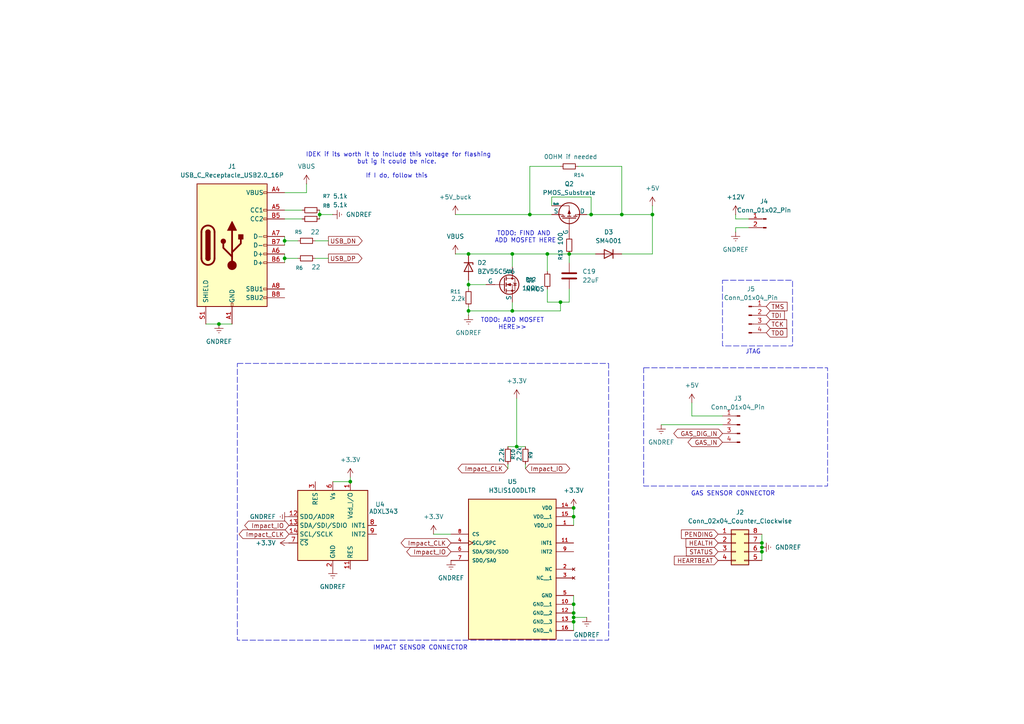
<source format=kicad_sch>
(kicad_sch
	(version 20250114)
	(generator "eeschema")
	(generator_version "9.0")
	(uuid "4a0ae798-2c64-4ce5-a1d1-85e4ee2c41fa")
	(paper "A4")
	(title_block
		(date "2025-10-01")
	)
	(lib_symbols
		(symbol "Connector:Conn_01x02_Pin"
			(pin_names
				(offset 1.016)
				(hide yes)
			)
			(exclude_from_sim no)
			(in_bom yes)
			(on_board yes)
			(property "Reference" "J"
				(at 0 2.54 0)
				(effects
					(font
						(size 1.27 1.27)
					)
				)
			)
			(property "Value" "Conn_01x02_Pin"
				(at 0 -5.08 0)
				(effects
					(font
						(size 1.27 1.27)
					)
				)
			)
			(property "Footprint" ""
				(at 0 0 0)
				(effects
					(font
						(size 1.27 1.27)
					)
					(hide yes)
				)
			)
			(property "Datasheet" "~"
				(at 0 0 0)
				(effects
					(font
						(size 1.27 1.27)
					)
					(hide yes)
				)
			)
			(property "Description" "Generic connector, single row, 01x02, script generated"
				(at 0 0 0)
				(effects
					(font
						(size 1.27 1.27)
					)
					(hide yes)
				)
			)
			(property "ki_locked" ""
				(at 0 0 0)
				(effects
					(font
						(size 1.27 1.27)
					)
				)
			)
			(property "ki_keywords" "connector"
				(at 0 0 0)
				(effects
					(font
						(size 1.27 1.27)
					)
					(hide yes)
				)
			)
			(property "ki_fp_filters" "Connector*:*_1x??_*"
				(at 0 0 0)
				(effects
					(font
						(size 1.27 1.27)
					)
					(hide yes)
				)
			)
			(symbol "Conn_01x02_Pin_1_1"
				(rectangle
					(start 0.8636 0.127)
					(end 0 -0.127)
					(stroke
						(width 0.1524)
						(type default)
					)
					(fill
						(type outline)
					)
				)
				(rectangle
					(start 0.8636 -2.413)
					(end 0 -2.667)
					(stroke
						(width 0.1524)
						(type default)
					)
					(fill
						(type outline)
					)
				)
				(polyline
					(pts
						(xy 1.27 0) (xy 0.8636 0)
					)
					(stroke
						(width 0.1524)
						(type default)
					)
					(fill
						(type none)
					)
				)
				(polyline
					(pts
						(xy 1.27 -2.54) (xy 0.8636 -2.54)
					)
					(stroke
						(width 0.1524)
						(type default)
					)
					(fill
						(type none)
					)
				)
				(pin passive line
					(at 5.08 0 180)
					(length 3.81)
					(name "Pin_1"
						(effects
							(font
								(size 1.27 1.27)
							)
						)
					)
					(number "1"
						(effects
							(font
								(size 1.27 1.27)
							)
						)
					)
				)
				(pin passive line
					(at 5.08 -2.54 180)
					(length 3.81)
					(name "Pin_2"
						(effects
							(font
								(size 1.27 1.27)
							)
						)
					)
					(number "2"
						(effects
							(font
								(size 1.27 1.27)
							)
						)
					)
				)
			)
			(embedded_fonts no)
		)
		(symbol "Connector:Conn_01x04_Pin"
			(pin_names
				(offset 1.016)
				(hide yes)
			)
			(exclude_from_sim no)
			(in_bom yes)
			(on_board yes)
			(property "Reference" "J"
				(at 0 5.08 0)
				(effects
					(font
						(size 1.27 1.27)
					)
				)
			)
			(property "Value" "Conn_01x04_Pin"
				(at 0 -7.62 0)
				(effects
					(font
						(size 1.27 1.27)
					)
				)
			)
			(property "Footprint" ""
				(at 0 0 0)
				(effects
					(font
						(size 1.27 1.27)
					)
					(hide yes)
				)
			)
			(property "Datasheet" "~"
				(at 0 0 0)
				(effects
					(font
						(size 1.27 1.27)
					)
					(hide yes)
				)
			)
			(property "Description" "Generic connector, single row, 01x04, script generated"
				(at 0 0 0)
				(effects
					(font
						(size 1.27 1.27)
					)
					(hide yes)
				)
			)
			(property "ki_locked" ""
				(at 0 0 0)
				(effects
					(font
						(size 1.27 1.27)
					)
				)
			)
			(property "ki_keywords" "connector"
				(at 0 0 0)
				(effects
					(font
						(size 1.27 1.27)
					)
					(hide yes)
				)
			)
			(property "ki_fp_filters" "Connector*:*_1x??_*"
				(at 0 0 0)
				(effects
					(font
						(size 1.27 1.27)
					)
					(hide yes)
				)
			)
			(symbol "Conn_01x04_Pin_1_1"
				(rectangle
					(start 0.8636 2.667)
					(end 0 2.413)
					(stroke
						(width 0.1524)
						(type default)
					)
					(fill
						(type outline)
					)
				)
				(rectangle
					(start 0.8636 0.127)
					(end 0 -0.127)
					(stroke
						(width 0.1524)
						(type default)
					)
					(fill
						(type outline)
					)
				)
				(rectangle
					(start 0.8636 -2.413)
					(end 0 -2.667)
					(stroke
						(width 0.1524)
						(type default)
					)
					(fill
						(type outline)
					)
				)
				(rectangle
					(start 0.8636 -4.953)
					(end 0 -5.207)
					(stroke
						(width 0.1524)
						(type default)
					)
					(fill
						(type outline)
					)
				)
				(polyline
					(pts
						(xy 1.27 2.54) (xy 0.8636 2.54)
					)
					(stroke
						(width 0.1524)
						(type default)
					)
					(fill
						(type none)
					)
				)
				(polyline
					(pts
						(xy 1.27 0) (xy 0.8636 0)
					)
					(stroke
						(width 0.1524)
						(type default)
					)
					(fill
						(type none)
					)
				)
				(polyline
					(pts
						(xy 1.27 -2.54) (xy 0.8636 -2.54)
					)
					(stroke
						(width 0.1524)
						(type default)
					)
					(fill
						(type none)
					)
				)
				(polyline
					(pts
						(xy 1.27 -5.08) (xy 0.8636 -5.08)
					)
					(stroke
						(width 0.1524)
						(type default)
					)
					(fill
						(type none)
					)
				)
				(pin passive line
					(at 5.08 2.54 180)
					(length 3.81)
					(name "Pin_1"
						(effects
							(font
								(size 1.27 1.27)
							)
						)
					)
					(number "1"
						(effects
							(font
								(size 1.27 1.27)
							)
						)
					)
				)
				(pin passive line
					(at 5.08 0 180)
					(length 3.81)
					(name "Pin_2"
						(effects
							(font
								(size 1.27 1.27)
							)
						)
					)
					(number "2"
						(effects
							(font
								(size 1.27 1.27)
							)
						)
					)
				)
				(pin passive line
					(at 5.08 -2.54 180)
					(length 3.81)
					(name "Pin_3"
						(effects
							(font
								(size 1.27 1.27)
							)
						)
					)
					(number "3"
						(effects
							(font
								(size 1.27 1.27)
							)
						)
					)
				)
				(pin passive line
					(at 5.08 -5.08 180)
					(length 3.81)
					(name "Pin_4"
						(effects
							(font
								(size 1.27 1.27)
							)
						)
					)
					(number "4"
						(effects
							(font
								(size 1.27 1.27)
							)
						)
					)
				)
			)
			(embedded_fonts no)
		)
		(symbol "Connector:USB_C_Receptacle_USB2.0_16P"
			(pin_names
				(offset 1.016)
			)
			(exclude_from_sim no)
			(in_bom yes)
			(on_board yes)
			(property "Reference" "J"
				(at 0 22.225 0)
				(effects
					(font
						(size 1.27 1.27)
					)
				)
			)
			(property "Value" "USB_C_Receptacle_USB2.0_16P"
				(at 0 19.685 0)
				(effects
					(font
						(size 1.27 1.27)
					)
				)
			)
			(property "Footprint" ""
				(at 3.81 0 0)
				(effects
					(font
						(size 1.27 1.27)
					)
					(hide yes)
				)
			)
			(property "Datasheet" "https://www.usb.org/sites/default/files/documents/usb_type-c.zip"
				(at 3.81 0 0)
				(effects
					(font
						(size 1.27 1.27)
					)
					(hide yes)
				)
			)
			(property "Description" "USB 2.0-only 16P Type-C Receptacle connector"
				(at 0 0 0)
				(effects
					(font
						(size 1.27 1.27)
					)
					(hide yes)
				)
			)
			(property "ki_keywords" "usb universal serial bus type-C USB2.0"
				(at 0 0 0)
				(effects
					(font
						(size 1.27 1.27)
					)
					(hide yes)
				)
			)
			(property "ki_fp_filters" "USB*C*Receptacle*"
				(at 0 0 0)
				(effects
					(font
						(size 1.27 1.27)
					)
					(hide yes)
				)
			)
			(symbol "USB_C_Receptacle_USB2.0_16P_0_0"
				(rectangle
					(start -0.254 -17.78)
					(end 0.254 -16.764)
					(stroke
						(width 0)
						(type default)
					)
					(fill
						(type none)
					)
				)
				(rectangle
					(start 10.16 15.494)
					(end 9.144 14.986)
					(stroke
						(width 0)
						(type default)
					)
					(fill
						(type none)
					)
				)
				(rectangle
					(start 10.16 10.414)
					(end 9.144 9.906)
					(stroke
						(width 0)
						(type default)
					)
					(fill
						(type none)
					)
				)
				(rectangle
					(start 10.16 7.874)
					(end 9.144 7.366)
					(stroke
						(width 0)
						(type default)
					)
					(fill
						(type none)
					)
				)
				(rectangle
					(start 10.16 2.794)
					(end 9.144 2.286)
					(stroke
						(width 0)
						(type default)
					)
					(fill
						(type none)
					)
				)
				(rectangle
					(start 10.16 0.254)
					(end 9.144 -0.254)
					(stroke
						(width 0)
						(type default)
					)
					(fill
						(type none)
					)
				)
				(rectangle
					(start 10.16 -2.286)
					(end 9.144 -2.794)
					(stroke
						(width 0)
						(type default)
					)
					(fill
						(type none)
					)
				)
				(rectangle
					(start 10.16 -4.826)
					(end 9.144 -5.334)
					(stroke
						(width 0)
						(type default)
					)
					(fill
						(type none)
					)
				)
				(rectangle
					(start 10.16 -12.446)
					(end 9.144 -12.954)
					(stroke
						(width 0)
						(type default)
					)
					(fill
						(type none)
					)
				)
				(rectangle
					(start 10.16 -14.986)
					(end 9.144 -15.494)
					(stroke
						(width 0)
						(type default)
					)
					(fill
						(type none)
					)
				)
			)
			(symbol "USB_C_Receptacle_USB2.0_16P_0_1"
				(rectangle
					(start -10.16 17.78)
					(end 10.16 -17.78)
					(stroke
						(width 0.254)
						(type default)
					)
					(fill
						(type background)
					)
				)
				(polyline
					(pts
						(xy -8.89 -3.81) (xy -8.89 3.81)
					)
					(stroke
						(width 0.508)
						(type default)
					)
					(fill
						(type none)
					)
				)
				(rectangle
					(start -7.62 -3.81)
					(end -6.35 3.81)
					(stroke
						(width 0.254)
						(type default)
					)
					(fill
						(type outline)
					)
				)
				(arc
					(start -7.62 3.81)
					(mid -6.985 4.4423)
					(end -6.35 3.81)
					(stroke
						(width 0.254)
						(type default)
					)
					(fill
						(type none)
					)
				)
				(arc
					(start -7.62 3.81)
					(mid -6.985 4.4423)
					(end -6.35 3.81)
					(stroke
						(width 0.254)
						(type default)
					)
					(fill
						(type outline)
					)
				)
				(arc
					(start -8.89 3.81)
					(mid -6.985 5.7067)
					(end -5.08 3.81)
					(stroke
						(width 0.508)
						(type default)
					)
					(fill
						(type none)
					)
				)
				(arc
					(start -5.08 -3.81)
					(mid -6.985 -5.7067)
					(end -8.89 -3.81)
					(stroke
						(width 0.508)
						(type default)
					)
					(fill
						(type none)
					)
				)
				(arc
					(start -6.35 -3.81)
					(mid -6.985 -4.4423)
					(end -7.62 -3.81)
					(stroke
						(width 0.254)
						(type default)
					)
					(fill
						(type none)
					)
				)
				(arc
					(start -6.35 -3.81)
					(mid -6.985 -4.4423)
					(end -7.62 -3.81)
					(stroke
						(width 0.254)
						(type default)
					)
					(fill
						(type outline)
					)
				)
				(polyline
					(pts
						(xy -5.08 3.81) (xy -5.08 -3.81)
					)
					(stroke
						(width 0.508)
						(type default)
					)
					(fill
						(type none)
					)
				)
				(circle
					(center -2.54 1.143)
					(radius 0.635)
					(stroke
						(width 0.254)
						(type default)
					)
					(fill
						(type outline)
					)
				)
				(polyline
					(pts
						(xy -1.27 4.318) (xy 0 6.858) (xy 1.27 4.318) (xy -1.27 4.318)
					)
					(stroke
						(width 0.254)
						(type default)
					)
					(fill
						(type outline)
					)
				)
				(polyline
					(pts
						(xy 0 -2.032) (xy 2.54 0.508) (xy 2.54 1.778)
					)
					(stroke
						(width 0.508)
						(type default)
					)
					(fill
						(type none)
					)
				)
				(polyline
					(pts
						(xy 0 -3.302) (xy -2.54 -0.762) (xy -2.54 0.508)
					)
					(stroke
						(width 0.508)
						(type default)
					)
					(fill
						(type none)
					)
				)
				(polyline
					(pts
						(xy 0 -5.842) (xy 0 4.318)
					)
					(stroke
						(width 0.508)
						(type default)
					)
					(fill
						(type none)
					)
				)
				(circle
					(center 0 -5.842)
					(radius 1.27)
					(stroke
						(width 0)
						(type default)
					)
					(fill
						(type outline)
					)
				)
				(rectangle
					(start 1.905 1.778)
					(end 3.175 3.048)
					(stroke
						(width 0.254)
						(type default)
					)
					(fill
						(type outline)
					)
				)
			)
			(symbol "USB_C_Receptacle_USB2.0_16P_1_1"
				(pin passive line
					(at -7.62 -22.86 90)
					(length 5.08)
					(name "SHIELD"
						(effects
							(font
								(size 1.27 1.27)
							)
						)
					)
					(number "S1"
						(effects
							(font
								(size 1.27 1.27)
							)
						)
					)
				)
				(pin passive line
					(at 0 -22.86 90)
					(length 5.08)
					(name "GND"
						(effects
							(font
								(size 1.27 1.27)
							)
						)
					)
					(number "A1"
						(effects
							(font
								(size 1.27 1.27)
							)
						)
					)
				)
				(pin passive line
					(at 0 -22.86 90)
					(length 5.08)
					(hide yes)
					(name "GND"
						(effects
							(font
								(size 1.27 1.27)
							)
						)
					)
					(number "A12"
						(effects
							(font
								(size 1.27 1.27)
							)
						)
					)
				)
				(pin passive line
					(at 0 -22.86 90)
					(length 5.08)
					(hide yes)
					(name "GND"
						(effects
							(font
								(size 1.27 1.27)
							)
						)
					)
					(number "B1"
						(effects
							(font
								(size 1.27 1.27)
							)
						)
					)
				)
				(pin passive line
					(at 0 -22.86 90)
					(length 5.08)
					(hide yes)
					(name "GND"
						(effects
							(font
								(size 1.27 1.27)
							)
						)
					)
					(number "B12"
						(effects
							(font
								(size 1.27 1.27)
							)
						)
					)
				)
				(pin passive line
					(at 15.24 15.24 180)
					(length 5.08)
					(name "VBUS"
						(effects
							(font
								(size 1.27 1.27)
							)
						)
					)
					(number "A4"
						(effects
							(font
								(size 1.27 1.27)
							)
						)
					)
				)
				(pin passive line
					(at 15.24 15.24 180)
					(length 5.08)
					(hide yes)
					(name "VBUS"
						(effects
							(font
								(size 1.27 1.27)
							)
						)
					)
					(number "A9"
						(effects
							(font
								(size 1.27 1.27)
							)
						)
					)
				)
				(pin passive line
					(at 15.24 15.24 180)
					(length 5.08)
					(hide yes)
					(name "VBUS"
						(effects
							(font
								(size 1.27 1.27)
							)
						)
					)
					(number "B4"
						(effects
							(font
								(size 1.27 1.27)
							)
						)
					)
				)
				(pin passive line
					(at 15.24 15.24 180)
					(length 5.08)
					(hide yes)
					(name "VBUS"
						(effects
							(font
								(size 1.27 1.27)
							)
						)
					)
					(number "B9"
						(effects
							(font
								(size 1.27 1.27)
							)
						)
					)
				)
				(pin bidirectional line
					(at 15.24 10.16 180)
					(length 5.08)
					(name "CC1"
						(effects
							(font
								(size 1.27 1.27)
							)
						)
					)
					(number "A5"
						(effects
							(font
								(size 1.27 1.27)
							)
						)
					)
				)
				(pin bidirectional line
					(at 15.24 7.62 180)
					(length 5.08)
					(name "CC2"
						(effects
							(font
								(size 1.27 1.27)
							)
						)
					)
					(number "B5"
						(effects
							(font
								(size 1.27 1.27)
							)
						)
					)
				)
				(pin bidirectional line
					(at 15.24 2.54 180)
					(length 5.08)
					(name "D-"
						(effects
							(font
								(size 1.27 1.27)
							)
						)
					)
					(number "A7"
						(effects
							(font
								(size 1.27 1.27)
							)
						)
					)
				)
				(pin bidirectional line
					(at 15.24 0 180)
					(length 5.08)
					(name "D-"
						(effects
							(font
								(size 1.27 1.27)
							)
						)
					)
					(number "B7"
						(effects
							(font
								(size 1.27 1.27)
							)
						)
					)
				)
				(pin bidirectional line
					(at 15.24 -2.54 180)
					(length 5.08)
					(name "D+"
						(effects
							(font
								(size 1.27 1.27)
							)
						)
					)
					(number "A6"
						(effects
							(font
								(size 1.27 1.27)
							)
						)
					)
				)
				(pin bidirectional line
					(at 15.24 -5.08 180)
					(length 5.08)
					(name "D+"
						(effects
							(font
								(size 1.27 1.27)
							)
						)
					)
					(number "B6"
						(effects
							(font
								(size 1.27 1.27)
							)
						)
					)
				)
				(pin bidirectional line
					(at 15.24 -12.7 180)
					(length 5.08)
					(name "SBU1"
						(effects
							(font
								(size 1.27 1.27)
							)
						)
					)
					(number "A8"
						(effects
							(font
								(size 1.27 1.27)
							)
						)
					)
				)
				(pin bidirectional line
					(at 15.24 -15.24 180)
					(length 5.08)
					(name "SBU2"
						(effects
							(font
								(size 1.27 1.27)
							)
						)
					)
					(number "B8"
						(effects
							(font
								(size 1.27 1.27)
							)
						)
					)
				)
			)
			(embedded_fonts no)
		)
		(symbol "Connector_Generic:Conn_02x04_Counter_Clockwise"
			(pin_names
				(offset 1.016)
				(hide yes)
			)
			(exclude_from_sim no)
			(in_bom yes)
			(on_board yes)
			(property "Reference" "J"
				(at 1.27 5.08 0)
				(effects
					(font
						(size 1.27 1.27)
					)
				)
			)
			(property "Value" "Conn_02x04_Counter_Clockwise"
				(at 1.27 -7.62 0)
				(effects
					(font
						(size 1.27 1.27)
					)
				)
			)
			(property "Footprint" ""
				(at 0 0 0)
				(effects
					(font
						(size 1.27 1.27)
					)
					(hide yes)
				)
			)
			(property "Datasheet" "~"
				(at 0 0 0)
				(effects
					(font
						(size 1.27 1.27)
					)
					(hide yes)
				)
			)
			(property "Description" "Generic connector, double row, 02x04, counter clockwise pin numbering scheme (similar to DIP package numbering), script generated (kicad-library-utils/schlib/autogen/connector/)"
				(at 0 0 0)
				(effects
					(font
						(size 1.27 1.27)
					)
					(hide yes)
				)
			)
			(property "ki_keywords" "connector"
				(at 0 0 0)
				(effects
					(font
						(size 1.27 1.27)
					)
					(hide yes)
				)
			)
			(property "ki_fp_filters" "Connector*:*_2x??_*"
				(at 0 0 0)
				(effects
					(font
						(size 1.27 1.27)
					)
					(hide yes)
				)
			)
			(symbol "Conn_02x04_Counter_Clockwise_1_1"
				(rectangle
					(start -1.27 3.81)
					(end 3.81 -6.35)
					(stroke
						(width 0.254)
						(type default)
					)
					(fill
						(type background)
					)
				)
				(rectangle
					(start -1.27 2.667)
					(end 0 2.413)
					(stroke
						(width 0.1524)
						(type default)
					)
					(fill
						(type none)
					)
				)
				(rectangle
					(start -1.27 0.127)
					(end 0 -0.127)
					(stroke
						(width 0.1524)
						(type default)
					)
					(fill
						(type none)
					)
				)
				(rectangle
					(start -1.27 -2.413)
					(end 0 -2.667)
					(stroke
						(width 0.1524)
						(type default)
					)
					(fill
						(type none)
					)
				)
				(rectangle
					(start -1.27 -4.953)
					(end 0 -5.207)
					(stroke
						(width 0.1524)
						(type default)
					)
					(fill
						(type none)
					)
				)
				(rectangle
					(start 3.81 2.667)
					(end 2.54 2.413)
					(stroke
						(width 0.1524)
						(type default)
					)
					(fill
						(type none)
					)
				)
				(rectangle
					(start 3.81 0.127)
					(end 2.54 -0.127)
					(stroke
						(width 0.1524)
						(type default)
					)
					(fill
						(type none)
					)
				)
				(rectangle
					(start 3.81 -2.413)
					(end 2.54 -2.667)
					(stroke
						(width 0.1524)
						(type default)
					)
					(fill
						(type none)
					)
				)
				(rectangle
					(start 3.81 -4.953)
					(end 2.54 -5.207)
					(stroke
						(width 0.1524)
						(type default)
					)
					(fill
						(type none)
					)
				)
				(pin passive line
					(at -5.08 2.54 0)
					(length 3.81)
					(name "Pin_1"
						(effects
							(font
								(size 1.27 1.27)
							)
						)
					)
					(number "1"
						(effects
							(font
								(size 1.27 1.27)
							)
						)
					)
				)
				(pin passive line
					(at -5.08 0 0)
					(length 3.81)
					(name "Pin_2"
						(effects
							(font
								(size 1.27 1.27)
							)
						)
					)
					(number "2"
						(effects
							(font
								(size 1.27 1.27)
							)
						)
					)
				)
				(pin passive line
					(at -5.08 -2.54 0)
					(length 3.81)
					(name "Pin_3"
						(effects
							(font
								(size 1.27 1.27)
							)
						)
					)
					(number "3"
						(effects
							(font
								(size 1.27 1.27)
							)
						)
					)
				)
				(pin passive line
					(at -5.08 -5.08 0)
					(length 3.81)
					(name "Pin_4"
						(effects
							(font
								(size 1.27 1.27)
							)
						)
					)
					(number "4"
						(effects
							(font
								(size 1.27 1.27)
							)
						)
					)
				)
				(pin passive line
					(at 7.62 2.54 180)
					(length 3.81)
					(name "Pin_8"
						(effects
							(font
								(size 1.27 1.27)
							)
						)
					)
					(number "8"
						(effects
							(font
								(size 1.27 1.27)
							)
						)
					)
				)
				(pin passive line
					(at 7.62 0 180)
					(length 3.81)
					(name "Pin_7"
						(effects
							(font
								(size 1.27 1.27)
							)
						)
					)
					(number "7"
						(effects
							(font
								(size 1.27 1.27)
							)
						)
					)
				)
				(pin passive line
					(at 7.62 -2.54 180)
					(length 3.81)
					(name "Pin_6"
						(effects
							(font
								(size 1.27 1.27)
							)
						)
					)
					(number "6"
						(effects
							(font
								(size 1.27 1.27)
							)
						)
					)
				)
				(pin passive line
					(at 7.62 -5.08 180)
					(length 3.81)
					(name "Pin_5"
						(effects
							(font
								(size 1.27 1.27)
							)
						)
					)
					(number "5"
						(effects
							(font
								(size 1.27 1.27)
							)
						)
					)
				)
			)
			(embedded_fonts no)
		)
		(symbol "Device:C"
			(pin_numbers
				(hide yes)
			)
			(pin_names
				(offset 0.254)
			)
			(exclude_from_sim no)
			(in_bom yes)
			(on_board yes)
			(property "Reference" "C"
				(at 0.635 2.54 0)
				(effects
					(font
						(size 1.27 1.27)
					)
					(justify left)
				)
			)
			(property "Value" "C"
				(at 0.635 -2.54 0)
				(effects
					(font
						(size 1.27 1.27)
					)
					(justify left)
				)
			)
			(property "Footprint" ""
				(at 0.9652 -3.81 0)
				(effects
					(font
						(size 1.27 1.27)
					)
					(hide yes)
				)
			)
			(property "Datasheet" "~"
				(at 0 0 0)
				(effects
					(font
						(size 1.27 1.27)
					)
					(hide yes)
				)
			)
			(property "Description" "Unpolarized capacitor"
				(at 0 0 0)
				(effects
					(font
						(size 1.27 1.27)
					)
					(hide yes)
				)
			)
			(property "ki_keywords" "cap capacitor"
				(at 0 0 0)
				(effects
					(font
						(size 1.27 1.27)
					)
					(hide yes)
				)
			)
			(property "ki_fp_filters" "C_*"
				(at 0 0 0)
				(effects
					(font
						(size 1.27 1.27)
					)
					(hide yes)
				)
			)
			(symbol "C_0_1"
				(polyline
					(pts
						(xy -2.032 0.762) (xy 2.032 0.762)
					)
					(stroke
						(width 0.508)
						(type default)
					)
					(fill
						(type none)
					)
				)
				(polyline
					(pts
						(xy -2.032 -0.762) (xy 2.032 -0.762)
					)
					(stroke
						(width 0.508)
						(type default)
					)
					(fill
						(type none)
					)
				)
			)
			(symbol "C_1_1"
				(pin passive line
					(at 0 3.81 270)
					(length 2.794)
					(name "~"
						(effects
							(font
								(size 1.27 1.27)
							)
						)
					)
					(number "1"
						(effects
							(font
								(size 1.27 1.27)
							)
						)
					)
				)
				(pin passive line
					(at 0 -3.81 90)
					(length 2.794)
					(name "~"
						(effects
							(font
								(size 1.27 1.27)
							)
						)
					)
					(number "2"
						(effects
							(font
								(size 1.27 1.27)
							)
						)
					)
				)
			)
			(embedded_fonts no)
		)
		(symbol "Device:R_Small"
			(pin_numbers
				(hide yes)
			)
			(pin_names
				(offset 0.254)
				(hide yes)
			)
			(exclude_from_sim no)
			(in_bom yes)
			(on_board yes)
			(property "Reference" "R"
				(at 0 0 90)
				(effects
					(font
						(size 1.016 1.016)
					)
				)
			)
			(property "Value" "R_Small"
				(at 1.778 0 90)
				(effects
					(font
						(size 1.27 1.27)
					)
				)
			)
			(property "Footprint" ""
				(at 0 0 0)
				(effects
					(font
						(size 1.27 1.27)
					)
					(hide yes)
				)
			)
			(property "Datasheet" "~"
				(at 0 0 0)
				(effects
					(font
						(size 1.27 1.27)
					)
					(hide yes)
				)
			)
			(property "Description" "Resistor, small symbol"
				(at 0 0 0)
				(effects
					(font
						(size 1.27 1.27)
					)
					(hide yes)
				)
			)
			(property "ki_keywords" "R resistor"
				(at 0 0 0)
				(effects
					(font
						(size 1.27 1.27)
					)
					(hide yes)
				)
			)
			(property "ki_fp_filters" "R_*"
				(at 0 0 0)
				(effects
					(font
						(size 1.27 1.27)
					)
					(hide yes)
				)
			)
			(symbol "R_Small_0_1"
				(rectangle
					(start -0.762 1.778)
					(end 0.762 -1.778)
					(stroke
						(width 0.2032)
						(type default)
					)
					(fill
						(type none)
					)
				)
			)
			(symbol "R_Small_1_1"
				(pin passive line
					(at 0 2.54 270)
					(length 0.762)
					(name "~"
						(effects
							(font
								(size 1.27 1.27)
							)
						)
					)
					(number "1"
						(effects
							(font
								(size 1.27 1.27)
							)
						)
					)
				)
				(pin passive line
					(at 0 -2.54 90)
					(length 0.762)
					(name "~"
						(effects
							(font
								(size 1.27 1.27)
							)
						)
					)
					(number "2"
						(effects
							(font
								(size 1.27 1.27)
							)
						)
					)
				)
			)
			(embedded_fonts no)
		)
		(symbol "Diode:BZV55C5V6"
			(pin_numbers
				(hide yes)
			)
			(pin_names
				(hide yes)
			)
			(exclude_from_sim no)
			(in_bom yes)
			(on_board yes)
			(property "Reference" "D"
				(at 0 2.54 0)
				(effects
					(font
						(size 1.27 1.27)
					)
				)
			)
			(property "Value" "BZV55C5V6"
				(at 0 -2.54 0)
				(effects
					(font
						(size 1.27 1.27)
					)
				)
			)
			(property "Footprint" "Diode_SMD:D_MiniMELF"
				(at 0 -4.445 0)
				(effects
					(font
						(size 1.27 1.27)
					)
					(hide yes)
				)
			)
			(property "Datasheet" "https://assets.nexperia.com/documents/data-sheet/BZV55_SER.pdf"
				(at 0 0 0)
				(effects
					(font
						(size 1.27 1.27)
					)
					(hide yes)
				)
			)
			(property "Description" "5.6V, 500mW, 5%, Zener diode, MiniMELF"
				(at 0 0 0)
				(effects
					(font
						(size 1.27 1.27)
					)
					(hide yes)
				)
			)
			(property "ki_keywords" "zener diode"
				(at 0 0 0)
				(effects
					(font
						(size 1.27 1.27)
					)
					(hide yes)
				)
			)
			(property "ki_fp_filters" "D*MiniMELF*"
				(at 0 0 0)
				(effects
					(font
						(size 1.27 1.27)
					)
					(hide yes)
				)
			)
			(symbol "BZV55C5V6_0_1"
				(polyline
					(pts
						(xy -1.27 -1.27) (xy -1.27 1.27) (xy -0.762 1.27)
					)
					(stroke
						(width 0.254)
						(type default)
					)
					(fill
						(type none)
					)
				)
				(polyline
					(pts
						(xy 1.27 0) (xy -1.27 0)
					)
					(stroke
						(width 0)
						(type default)
					)
					(fill
						(type none)
					)
				)
				(polyline
					(pts
						(xy 1.27 -1.27) (xy 1.27 1.27) (xy -1.27 0) (xy 1.27 -1.27)
					)
					(stroke
						(width 0.254)
						(type default)
					)
					(fill
						(type none)
					)
				)
			)
			(symbol "BZV55C5V6_1_1"
				(pin passive line
					(at -3.81 0 0)
					(length 2.54)
					(name "K"
						(effects
							(font
								(size 1.27 1.27)
							)
						)
					)
					(number "1"
						(effects
							(font
								(size 1.27 1.27)
							)
						)
					)
				)
				(pin passive line
					(at 3.81 0 180)
					(length 2.54)
					(name "A"
						(effects
							(font
								(size 1.27 1.27)
							)
						)
					)
					(number "2"
						(effects
							(font
								(size 1.27 1.27)
							)
						)
					)
				)
			)
			(embedded_fonts no)
		)
		(symbol "Diode:SM4001"
			(pin_numbers
				(hide yes)
			)
			(pin_names
				(hide yes)
			)
			(exclude_from_sim no)
			(in_bom yes)
			(on_board yes)
			(property "Reference" "D"
				(at 0 2.54 0)
				(effects
					(font
						(size 1.27 1.27)
					)
				)
			)
			(property "Value" "SM4001"
				(at 0 -2.54 0)
				(effects
					(font
						(size 1.27 1.27)
					)
				)
			)
			(property "Footprint" "Diode_SMD:D_MELF"
				(at 0 -4.445 0)
				(effects
					(font
						(size 1.27 1.27)
					)
					(hide yes)
				)
			)
			(property "Datasheet" "http://cdn-reichelt.de/documents/datenblatt/A400/SMD1N400%23DIO.pdf"
				(at 0 0 0)
				(effects
					(font
						(size 1.27 1.27)
					)
					(hide yes)
				)
			)
			(property "Description" "50V 1A General Purpose Rectifier Diode, MELF"
				(at 0 0 0)
				(effects
					(font
						(size 1.27 1.27)
					)
					(hide yes)
				)
			)
			(property "Sim.Device" "D"
				(at 0 0 0)
				(effects
					(font
						(size 1.27 1.27)
					)
					(hide yes)
				)
			)
			(property "Sim.Pins" "1=K 2=A"
				(at 0 0 0)
				(effects
					(font
						(size 1.27 1.27)
					)
					(hide yes)
				)
			)
			(property "ki_keywords" "diode"
				(at 0 0 0)
				(effects
					(font
						(size 1.27 1.27)
					)
					(hide yes)
				)
			)
			(property "ki_fp_filters" "D*MELF*"
				(at 0 0 0)
				(effects
					(font
						(size 1.27 1.27)
					)
					(hide yes)
				)
			)
			(symbol "SM4001_0_1"
				(polyline
					(pts
						(xy -1.27 1.27) (xy -1.27 -1.27)
					)
					(stroke
						(width 0.254)
						(type default)
					)
					(fill
						(type none)
					)
				)
				(polyline
					(pts
						(xy 1.27 1.27) (xy 1.27 -1.27) (xy -1.27 0) (xy 1.27 1.27)
					)
					(stroke
						(width 0.254)
						(type default)
					)
					(fill
						(type none)
					)
				)
				(polyline
					(pts
						(xy 1.27 0) (xy -1.27 0)
					)
					(stroke
						(width 0)
						(type default)
					)
					(fill
						(type none)
					)
				)
			)
			(symbol "SM4001_1_1"
				(pin passive line
					(at -3.81 0 0)
					(length 2.54)
					(name "K"
						(effects
							(font
								(size 1.27 1.27)
							)
						)
					)
					(number "1"
						(effects
							(font
								(size 1.27 1.27)
							)
						)
					)
				)
				(pin passive line
					(at 3.81 0 180)
					(length 2.54)
					(name "A"
						(effects
							(font
								(size 1.27 1.27)
							)
						)
					)
					(number "2"
						(effects
							(font
								(size 1.27 1.27)
							)
						)
					)
				)
			)
			(embedded_fonts no)
		)
		(symbol "ESP-32-C6:H3LIS100DLTR"
			(pin_names
				(offset 1.016)
			)
			(exclude_from_sim no)
			(in_bom yes)
			(on_board yes)
			(property "Reference" "U"
				(at -12.7 13.589 0)
				(effects
					(font
						(size 1.27 1.27)
					)
					(justify left bottom)
				)
			)
			(property "Value" "H3LIS100DLTR"
				(at -12.7 -30.48 0)
				(effects
					(font
						(size 1.27 1.27)
					)
					(justify left bottom)
				)
			)
			(property "Footprint" "H3LIS100DLTR:PQFN50P300X300X100-16N"
				(at 0 0 0)
				(effects
					(font
						(size 1.27 1.27)
					)
					(justify bottom)
					(hide yes)
				)
			)
			(property "Datasheet" ""
				(at 0 0 0)
				(effects
					(font
						(size 1.27 1.27)
					)
					(hide yes)
				)
			)
			(property "Description" ""
				(at 0 0 0)
				(effects
					(font
						(size 1.27 1.27)
					)
					(hide yes)
				)
			)
			(property "PARTREV" "2"
				(at 0 0 0)
				(effects
					(font
						(size 1.27 1.27)
					)
					(justify bottom)
					(hide yes)
				)
			)
			(property "STANDARD" "IPC 7351B"
				(at 0 0 0)
				(effects
					(font
						(size 1.27 1.27)
					)
					(justify bottom)
					(hide yes)
				)
			)
			(property "MAXIMUM_PACKAGE_HEIGHT" "1 mm"
				(at 0 0 0)
				(effects
					(font
						(size 1.27 1.27)
					)
					(justify bottom)
					(hide yes)
				)
			)
			(property "MANUFACTURER" "STMicroelectronics"
				(at 0 0 0)
				(effects
					(font
						(size 1.27 1.27)
					)
					(justify bottom)
					(hide yes)
				)
			)
			(symbol "H3LIS100DLTR_0_0"
				(rectangle
					(start -12.7 -27.94)
					(end 12.7 12.7)
					(stroke
						(width 0.254)
						(type default)
					)
					(fill
						(type background)
					)
				)
				(pin input line
					(at -17.78 2.54 0)
					(length 5.08)
					(name "CS"
						(effects
							(font
								(size 1.016 1.016)
							)
						)
					)
					(number "8"
						(effects
							(font
								(size 1.016 1.016)
							)
						)
					)
				)
				(pin input clock
					(at -17.78 0 0)
					(length 5.08)
					(name "SCL/SPC"
						(effects
							(font
								(size 1.016 1.016)
							)
						)
					)
					(number "4"
						(effects
							(font
								(size 1.016 1.016)
							)
						)
					)
				)
				(pin bidirectional line
					(at -17.78 -2.54 0)
					(length 5.08)
					(name "SDA/SDI/SDO"
						(effects
							(font
								(size 1.016 1.016)
							)
						)
					)
					(number "6"
						(effects
							(font
								(size 1.016 1.016)
							)
						)
					)
				)
				(pin bidirectional line
					(at -17.78 -5.08 0)
					(length 5.08)
					(name "SDO/SA0"
						(effects
							(font
								(size 1.016 1.016)
							)
						)
					)
					(number "7"
						(effects
							(font
								(size 1.016 1.016)
							)
						)
					)
				)
				(pin power_in line
					(at 17.78 10.16 180)
					(length 5.08)
					(name "VDD"
						(effects
							(font
								(size 1.016 1.016)
							)
						)
					)
					(number "14"
						(effects
							(font
								(size 1.016 1.016)
							)
						)
					)
				)
				(pin power_in line
					(at 17.78 7.62 180)
					(length 5.08)
					(name "VDD__1"
						(effects
							(font
								(size 1.016 1.016)
							)
						)
					)
					(number "15"
						(effects
							(font
								(size 1.016 1.016)
							)
						)
					)
				)
				(pin power_in line
					(at 17.78 5.08 180)
					(length 5.08)
					(name "VDD_IO"
						(effects
							(font
								(size 1.016 1.016)
							)
						)
					)
					(number "1"
						(effects
							(font
								(size 1.016 1.016)
							)
						)
					)
				)
				(pin output line
					(at 17.78 0 180)
					(length 5.08)
					(name "INT1"
						(effects
							(font
								(size 1.016 1.016)
							)
						)
					)
					(number "11"
						(effects
							(font
								(size 1.016 1.016)
							)
						)
					)
				)
				(pin output line
					(at 17.78 -2.54 180)
					(length 5.08)
					(name "INT2"
						(effects
							(font
								(size 1.016 1.016)
							)
						)
					)
					(number "9"
						(effects
							(font
								(size 1.016 1.016)
							)
						)
					)
				)
				(pin no_connect line
					(at 17.78 -7.62 180)
					(length 5.08)
					(name "NC"
						(effects
							(font
								(size 1.016 1.016)
							)
						)
					)
					(number "2"
						(effects
							(font
								(size 1.016 1.016)
							)
						)
					)
				)
				(pin no_connect line
					(at 17.78 -10.16 180)
					(length 5.08)
					(name "NC__1"
						(effects
							(font
								(size 1.016 1.016)
							)
						)
					)
					(number "3"
						(effects
							(font
								(size 1.016 1.016)
							)
						)
					)
				)
				(pin power_in line
					(at 17.78 -15.24 180)
					(length 5.08)
					(name "GND"
						(effects
							(font
								(size 1.016 1.016)
							)
						)
					)
					(number "5"
						(effects
							(font
								(size 1.016 1.016)
							)
						)
					)
				)
				(pin power_in line
					(at 17.78 -17.78 180)
					(length 5.08)
					(name "GND__1"
						(effects
							(font
								(size 1.016 1.016)
							)
						)
					)
					(number "10"
						(effects
							(font
								(size 1.016 1.016)
							)
						)
					)
				)
				(pin power_in line
					(at 17.78 -20.32 180)
					(length 5.08)
					(name "GND__2"
						(effects
							(font
								(size 1.016 1.016)
							)
						)
					)
					(number "12"
						(effects
							(font
								(size 1.016 1.016)
							)
						)
					)
				)
				(pin power_in line
					(at 17.78 -22.86 180)
					(length 5.08)
					(name "GND__3"
						(effects
							(font
								(size 1.016 1.016)
							)
						)
					)
					(number "13"
						(effects
							(font
								(size 1.016 1.016)
							)
						)
					)
				)
				(pin power_in line
					(at 17.78 -25.4 180)
					(length 5.08)
					(name "GND__4"
						(effects
							(font
								(size 1.016 1.016)
							)
						)
					)
					(number "16"
						(effects
							(font
								(size 1.016 1.016)
							)
						)
					)
				)
			)
			(embedded_fonts no)
		)
		(symbol "Sensor_Motion:ADXL343"
			(exclude_from_sim no)
			(in_bom yes)
			(on_board yes)
			(property "Reference" "U"
				(at -8.89 11.43 0)
				(effects
					(font
						(size 1.27 1.27)
					)
				)
			)
			(property "Value" "ADXL343"
				(at -7.62 -11.43 0)
				(effects
					(font
						(size 1.27 1.27)
					)
				)
			)
			(property "Footprint" "Package_LGA:LGA-14_3x5mm_P0.8mm_LayoutBorder1x6y"
				(at 0 0 0)
				(effects
					(font
						(size 1.27 1.27)
					)
					(hide yes)
				)
			)
			(property "Datasheet" "https://www.analog.com/media/en/technical-documentation/data-sheets/ADXL343.pdf"
				(at 0 0 0)
				(effects
					(font
						(size 1.27 1.27)
					)
					(hide yes)
				)
			)
			(property "Description" "3-Axis MEMS Accelerometer, 2/4/8/16g range, I2C/SPI, LGA-14"
				(at 0 0 0)
				(effects
					(font
						(size 1.27 1.27)
					)
					(hide yes)
				)
			)
			(property "ki_keywords" "3-axis accelerometer i2c spi mems"
				(at 0 0 0)
				(effects
					(font
						(size 1.27 1.27)
					)
					(hide yes)
				)
			)
			(property "ki_fp_filters" "*LGA*3x5mm*P0.8mm*"
				(at 0 0 0)
				(effects
					(font
						(size 1.27 1.27)
					)
					(hide yes)
				)
			)
			(symbol "ADXL343_0_1"
				(rectangle
					(start -10.16 10.16)
					(end 10.16 -10.16)
					(stroke
						(width 0.254)
						(type default)
					)
					(fill
						(type background)
					)
				)
			)
			(symbol "ADXL343_1_1"
				(pin bidirectional line
					(at -12.7 2.54 0)
					(length 2.54)
					(name "SDO/ADDR"
						(effects
							(font
								(size 1.27 1.27)
							)
						)
					)
					(number "12"
						(effects
							(font
								(size 1.27 1.27)
							)
						)
					)
				)
				(pin bidirectional line
					(at -12.7 0 0)
					(length 2.54)
					(name "SDA/SDI/SDIO"
						(effects
							(font
								(size 1.27 1.27)
							)
						)
					)
					(number "13"
						(effects
							(font
								(size 1.27 1.27)
							)
						)
					)
				)
				(pin input line
					(at -12.7 -2.54 0)
					(length 2.54)
					(name "SCL/SCLK"
						(effects
							(font
								(size 1.27 1.27)
							)
						)
					)
					(number "14"
						(effects
							(font
								(size 1.27 1.27)
							)
						)
					)
				)
				(pin input line
					(at -12.7 -5.08 0)
					(length 2.54)
					(name "~{CS}"
						(effects
							(font
								(size 1.27 1.27)
							)
						)
					)
					(number "7"
						(effects
							(font
								(size 1.27 1.27)
							)
						)
					)
				)
				(pin passive line
					(at -5.08 12.7 270)
					(length 2.54)
					(name "RES"
						(effects
							(font
								(size 1.27 1.27)
							)
						)
					)
					(number "3"
						(effects
							(font
								(size 1.27 1.27)
							)
						)
					)
				)
				(pin no_connect line
					(at -5.08 -10.16 90)
					(length 2.54)
					(hide yes)
					(name "NC"
						(effects
							(font
								(size 1.27 1.27)
							)
						)
					)
					(number "10"
						(effects
							(font
								(size 1.27 1.27)
							)
						)
					)
				)
				(pin power_in line
					(at 0 12.7 270)
					(length 2.54)
					(name "Vs"
						(effects
							(font
								(size 1.27 1.27)
							)
						)
					)
					(number "6"
						(effects
							(font
								(size 1.27 1.27)
							)
						)
					)
				)
				(pin power_in line
					(at 0 -12.7 90)
					(length 2.54)
					(name "GND"
						(effects
							(font
								(size 1.27 1.27)
							)
						)
					)
					(number "2"
						(effects
							(font
								(size 1.27 1.27)
							)
						)
					)
				)
				(pin passive line
					(at 0 -12.7 90)
					(length 2.54)
					(hide yes)
					(name "GND"
						(effects
							(font
								(size 1.27 1.27)
							)
						)
					)
					(number "4"
						(effects
							(font
								(size 1.27 1.27)
							)
						)
					)
				)
				(pin passive line
					(at 0 -12.7 90)
					(length 2.54)
					(hide yes)
					(name "GND"
						(effects
							(font
								(size 1.27 1.27)
							)
						)
					)
					(number "5"
						(effects
							(font
								(size 1.27 1.27)
							)
						)
					)
				)
				(pin power_in line
					(at 5.08 12.7 270)
					(length 2.54)
					(name "Vdd_I/O"
						(effects
							(font
								(size 1.27 1.27)
							)
						)
					)
					(number "1"
						(effects
							(font
								(size 1.27 1.27)
							)
						)
					)
				)
				(pin passive line
					(at 5.08 -12.7 90)
					(length 2.54)
					(name "RES"
						(effects
							(font
								(size 1.27 1.27)
							)
						)
					)
					(number "11"
						(effects
							(font
								(size 1.27 1.27)
							)
						)
					)
				)
				(pin output line
					(at 12.7 0 180)
					(length 2.54)
					(name "INT1"
						(effects
							(font
								(size 1.27 1.27)
							)
						)
					)
					(number "8"
						(effects
							(font
								(size 1.27 1.27)
							)
						)
					)
				)
				(pin output line
					(at 12.7 -2.54 180)
					(length 2.54)
					(name "INT2"
						(effects
							(font
								(size 1.27 1.27)
							)
						)
					)
					(number "9"
						(effects
							(font
								(size 1.27 1.27)
							)
						)
					)
				)
			)
			(embedded_fonts no)
		)
		(symbol "Simulation_SPICE:NMOS"
			(pin_numbers
				(hide yes)
			)
			(pin_names
				(offset 0)
			)
			(exclude_from_sim no)
			(in_bom yes)
			(on_board yes)
			(property "Reference" "Q1"
				(at 6.35 1.2701 0)
				(effects
					(font
						(size 1.27 1.27)
					)
					(justify left)
				)
			)
			(property "Value" "NMOS"
				(at 6.35 -1.2699 0)
				(effects
					(font
						(size 1.27 1.27)
					)
					(justify left)
				)
			)
			(property "Footprint" "Package_TO_SOT_SMD:SOT-23"
				(at 5.08 2.54 0)
				(effects
					(font
						(size 1.27 1.27)
					)
					(hide yes)
				)
			)
			(property "Datasheet" "https://ngspice.sourceforge.io/docs/ngspice-html-manual/manual.xhtml#cha_MOSFETs"
				(at 0 -12.7 0)
				(effects
					(font
						(size 1.27 1.27)
					)
					(hide yes)
				)
			)
			(property "Description" "N-MOSFET transistor, drain/source/gate"
				(at 0 0 0)
				(effects
					(font
						(size 1.27 1.27)
					)
					(hide yes)
				)
			)
			(property "Sim.Device" "NMOS"
				(at 0 -17.145 0)
				(effects
					(font
						(size 1.27 1.27)
					)
					(hide yes)
				)
			)
			(property "Sim.Type" "VDMOS"
				(at 0 -19.05 0)
				(effects
					(font
						(size 1.27 1.27)
					)
					(hide yes)
				)
			)
			(property "Sim.Pins" "1=D 2=G 3=S"
				(at 0 -15.24 0)
				(effects
					(font
						(size 1.27 1.27)
					)
					(hide yes)
				)
			)
			(property "ki_keywords" "transistor NMOS N-MOS N-MOSFET simulation"
				(at 0 0 0)
				(effects
					(font
						(size 1.27 1.27)
					)
					(hide yes)
				)
			)
			(symbol "NMOS_0_1"
				(polyline
					(pts
						(xy 0.254 1.905) (xy 0.254 -1.905)
					)
					(stroke
						(width 0.254)
						(type default)
					)
					(fill
						(type none)
					)
				)
				(polyline
					(pts
						(xy 0.254 0) (xy -2.54 0)
					)
					(stroke
						(width 0)
						(type default)
					)
					(fill
						(type none)
					)
				)
				(polyline
					(pts
						(xy 0.762 2.286) (xy 0.762 1.27)
					)
					(stroke
						(width 0.254)
						(type default)
					)
					(fill
						(type none)
					)
				)
				(polyline
					(pts
						(xy 0.762 0.508) (xy 0.762 -0.508)
					)
					(stroke
						(width 0.254)
						(type default)
					)
					(fill
						(type none)
					)
				)
				(polyline
					(pts
						(xy 0.762 -1.27) (xy 0.762 -2.286)
					)
					(stroke
						(width 0.254)
						(type default)
					)
					(fill
						(type none)
					)
				)
				(polyline
					(pts
						(xy 0.762 -1.778) (xy 3.302 -1.778) (xy 3.302 1.778) (xy 0.762 1.778)
					)
					(stroke
						(width 0)
						(type default)
					)
					(fill
						(type none)
					)
				)
				(polyline
					(pts
						(xy 1.016 0) (xy 2.032 0.381) (xy 2.032 -0.381) (xy 1.016 0)
					)
					(stroke
						(width 0)
						(type default)
					)
					(fill
						(type outline)
					)
				)
				(circle
					(center 1.651 0)
					(radius 2.794)
					(stroke
						(width 0.254)
						(type default)
					)
					(fill
						(type none)
					)
				)
				(polyline
					(pts
						(xy 2.54 2.54) (xy 2.54 1.778)
					)
					(stroke
						(width 0)
						(type default)
					)
					(fill
						(type none)
					)
				)
				(circle
					(center 2.54 1.778)
					(radius 0.254)
					(stroke
						(width 0)
						(type default)
					)
					(fill
						(type outline)
					)
				)
				(circle
					(center 2.54 -1.778)
					(radius 0.254)
					(stroke
						(width 0)
						(type default)
					)
					(fill
						(type outline)
					)
				)
				(polyline
					(pts
						(xy 2.54 -2.54) (xy 2.54 0) (xy 0.762 0)
					)
					(stroke
						(width 0)
						(type default)
					)
					(fill
						(type none)
					)
				)
				(polyline
					(pts
						(xy 2.794 0.508) (xy 2.921 0.381) (xy 3.683 0.381) (xy 3.81 0.254)
					)
					(stroke
						(width 0)
						(type default)
					)
					(fill
						(type none)
					)
				)
				(polyline
					(pts
						(xy 3.302 0.381) (xy 2.921 -0.254) (xy 3.683 -0.254) (xy 3.302 0.381)
					)
					(stroke
						(width 0)
						(type default)
					)
					(fill
						(type none)
					)
				)
			)
			(symbol "NMOS_1_1"
				(pin input line
					(at -5.08 0 0)
					(length 2.54)
					(name "G"
						(effects
							(font
								(size 1.27 1.27)
							)
						)
					)
					(number "1"
						(effects
							(font
								(size 1.27 1.27)
							)
						)
					)
				)
				(pin passive line
					(at 2.54 5.08 270)
					(length 2.54)
					(name "D"
						(effects
							(font
								(size 1.27 1.27)
							)
						)
					)
					(number "3"
						(effects
							(font
								(size 1.27 1.27)
							)
						)
					)
				)
				(pin passive line
					(at 2.54 -5.08 90)
					(length 2.54)
					(name "S"
						(effects
							(font
								(size 1.27 1.27)
							)
						)
					)
					(number "2"
						(effects
							(font
								(size 1.27 1.27)
							)
						)
					)
				)
			)
			(embedded_fonts no)
		)
		(symbol "Simulation_SPICE:PMOS_Substrate"
			(pin_numbers
				(hide yes)
			)
			(pin_names
				(offset 0)
			)
			(exclude_from_sim no)
			(in_bom yes)
			(on_board yes)
			(property "Reference" "Q2"
				(at 11.43 0 90)
				(effects
					(font
						(size 1.27 1.27)
					)
				)
			)
			(property "Value" "PMOS_Substrate"
				(at 8.89 0 90)
				(effects
					(font
						(size 1.27 1.27)
					)
				)
			)
			(property "Footprint" "Package_TO_SOT_SMD:SOT-223"
				(at 40.64 0 0)
				(effects
					(font
						(size 1.27 1.27)
					)
					(hide yes)
				)
			)
			(property "Datasheet" "https://ngspice.sourceforge.io/docs/ngspice-html-manual/manual.xhtml#cha_MOSFETs"
				(at 0 -17.78 0)
				(effects
					(font
						(size 1.27 1.27)
					)
					(hide yes)
				)
			)
			(property "Description" "P-channel MOSFET symbol with substrate (bulk) pin"
				(at 0 0 0)
				(effects
					(font
						(size 1.27 1.27)
					)
					(hide yes)
				)
			)
			(property "Sim.Device" "PMOS"
				(at 0 -13.97 0)
				(effects
					(font
						(size 1.27 1.27)
					)
					(hide yes)
				)
			)
			(property "Sim.Type" "MOS1"
				(at 0 -15.875 0)
				(effects
					(font
						(size 1.27 1.27)
					)
					(hide yes)
				)
			)
			(property "Sim.Pins" "1=D 2=G 3=S 4=B"
				(at 0 -12.065 0)
				(effects
					(font
						(size 1.27 1.27)
					)
					(hide yes)
				)
			)
			(property "ki_keywords" "mosfet pmos simulation"
				(at 0 0 0)
				(effects
					(font
						(size 1.27 1.27)
					)
					(hide yes)
				)
			)
			(symbol "PMOS_Substrate_0_1"
				(polyline
					(pts
						(xy 1.524 1.905) (xy 1.524 -1.905)
					)
					(stroke
						(width 0.254)
						(type default)
					)
					(fill
						(type none)
					)
				)
				(polyline
					(pts
						(xy 1.524 0) (xy -1.27 0)
					)
					(stroke
						(width 0)
						(type default)
					)
					(fill
						(type none)
					)
				)
				(polyline
					(pts
						(xy 2.032 2.286) (xy 2.032 1.27)
					)
					(stroke
						(width 0.254)
						(type default)
					)
					(fill
						(type none)
					)
				)
				(polyline
					(pts
						(xy 2.032 1.778) (xy 2.54 1.778) (xy 2.54 2.54)
					)
					(stroke
						(width 0)
						(type default)
					)
					(fill
						(type none)
					)
				)
				(polyline
					(pts
						(xy 2.032 0.508) (xy 2.032 -0.508)
					)
					(stroke
						(width 0.254)
						(type default)
					)
					(fill
						(type none)
					)
				)
				(polyline
					(pts
						(xy 2.032 -1.27) (xy 2.032 -2.286)
					)
					(stroke
						(width 0.254)
						(type default)
					)
					(fill
						(type none)
					)
				)
				(polyline
					(pts
						(xy 2.54 -2.54) (xy 2.54 -1.778) (xy 2.032 -1.778)
					)
					(stroke
						(width 0)
						(type default)
					)
					(fill
						(type none)
					)
				)
				(circle
					(center 2.921 0)
					(radius 3.0294)
					(stroke
						(width 0.254)
						(type default)
					)
					(fill
						(type none)
					)
				)
				(polyline
					(pts
						(xy 3.81 0) (xy 2.794 0.381) (xy 2.794 -0.381) (xy 3.81 0)
					)
					(stroke
						(width 0)
						(type default)
					)
					(fill
						(type outline)
					)
				)
				(polyline
					(pts
						(xy 5.08 -2.54) (xy 5.08 0) (xy 2.032 0)
					)
					(stroke
						(width 0)
						(type default)
					)
					(fill
						(type none)
					)
				)
			)
			(symbol "PMOS_Substrate_1_1"
				(pin input line
					(at -3.81 0 0)
					(length 2.54)
					(name "G"
						(effects
							(font
								(size 1.27 1.27)
							)
						)
					)
					(number "1"
						(effects
							(font
								(size 1.27 1.27)
							)
						)
					)
				)
				(pin passive line
					(at 2.54 5.08 270)
					(length 2.54)
					(name "D"
						(effects
							(font
								(size 1.27 1.27)
							)
						)
					)
					(number "2"
						(effects
							(font
								(size 1.27 1.27)
							)
						)
					)
				)
				(pin passive line
					(at 2.54 -5.08 90)
					(length 2.54)
					(name "S"
						(effects
							(font
								(size 1.27 1.27)
							)
						)
					)
					(number "3"
						(effects
							(font
								(size 1.27 1.27)
							)
						)
					)
				)
				(pin input line
					(at 5.08 -5.08 90)
					(length 2.54)
					(name "Bulk"
						(effects
							(font
								(size 0.508 0.508)
							)
						)
					)
					(number "4"
						(effects
							(font
								(size 1.27 1.27)
							)
						)
					)
				)
			)
			(embedded_fonts no)
		)
		(symbol "power:+12V"
			(power)
			(pin_numbers
				(hide yes)
			)
			(pin_names
				(offset 0)
				(hide yes)
			)
			(exclude_from_sim no)
			(in_bom yes)
			(on_board yes)
			(property "Reference" "#PWR"
				(at 0 -3.81 0)
				(effects
					(font
						(size 1.27 1.27)
					)
					(hide yes)
				)
			)
			(property "Value" "+12V"
				(at 0 3.556 0)
				(effects
					(font
						(size 1.27 1.27)
					)
				)
			)
			(property "Footprint" ""
				(at 0 0 0)
				(effects
					(font
						(size 1.27 1.27)
					)
					(hide yes)
				)
			)
			(property "Datasheet" ""
				(at 0 0 0)
				(effects
					(font
						(size 1.27 1.27)
					)
					(hide yes)
				)
			)
			(property "Description" "Power symbol creates a global label with name \"+12V\""
				(at 0 0 0)
				(effects
					(font
						(size 1.27 1.27)
					)
					(hide yes)
				)
			)
			(property "ki_keywords" "global power"
				(at 0 0 0)
				(effects
					(font
						(size 1.27 1.27)
					)
					(hide yes)
				)
			)
			(symbol "+12V_0_1"
				(polyline
					(pts
						(xy -0.762 1.27) (xy 0 2.54)
					)
					(stroke
						(width 0)
						(type default)
					)
					(fill
						(type none)
					)
				)
				(polyline
					(pts
						(xy 0 2.54) (xy 0.762 1.27)
					)
					(stroke
						(width 0)
						(type default)
					)
					(fill
						(type none)
					)
				)
				(polyline
					(pts
						(xy 0 0) (xy 0 2.54)
					)
					(stroke
						(width 0)
						(type default)
					)
					(fill
						(type none)
					)
				)
			)
			(symbol "+12V_1_1"
				(pin power_in line
					(at 0 0 90)
					(length 0)
					(name "~"
						(effects
							(font
								(size 1.27 1.27)
							)
						)
					)
					(number "1"
						(effects
							(font
								(size 1.27 1.27)
							)
						)
					)
				)
			)
			(embedded_fonts no)
		)
		(symbol "power:+3.3V"
			(power)
			(pin_numbers
				(hide yes)
			)
			(pin_names
				(offset 0)
				(hide yes)
			)
			(exclude_from_sim no)
			(in_bom yes)
			(on_board yes)
			(property "Reference" "#PWR"
				(at 0 -3.81 0)
				(effects
					(font
						(size 1.27 1.27)
					)
					(hide yes)
				)
			)
			(property "Value" "+3.3V"
				(at 0 3.556 0)
				(effects
					(font
						(size 1.27 1.27)
					)
				)
			)
			(property "Footprint" ""
				(at 0 0 0)
				(effects
					(font
						(size 1.27 1.27)
					)
					(hide yes)
				)
			)
			(property "Datasheet" ""
				(at 0 0 0)
				(effects
					(font
						(size 1.27 1.27)
					)
					(hide yes)
				)
			)
			(property "Description" "Power symbol creates a global label with name \"+3.3V\""
				(at 0 0 0)
				(effects
					(font
						(size 1.27 1.27)
					)
					(hide yes)
				)
			)
			(property "ki_keywords" "global power"
				(at 0 0 0)
				(effects
					(font
						(size 1.27 1.27)
					)
					(hide yes)
				)
			)
			(symbol "+3.3V_0_1"
				(polyline
					(pts
						(xy -0.762 1.27) (xy 0 2.54)
					)
					(stroke
						(width 0)
						(type default)
					)
					(fill
						(type none)
					)
				)
				(polyline
					(pts
						(xy 0 2.54) (xy 0.762 1.27)
					)
					(stroke
						(width 0)
						(type default)
					)
					(fill
						(type none)
					)
				)
				(polyline
					(pts
						(xy 0 0) (xy 0 2.54)
					)
					(stroke
						(width 0)
						(type default)
					)
					(fill
						(type none)
					)
				)
			)
			(symbol "+3.3V_1_1"
				(pin power_in line
					(at 0 0 90)
					(length 0)
					(name "~"
						(effects
							(font
								(size 1.27 1.27)
							)
						)
					)
					(number "1"
						(effects
							(font
								(size 1.27 1.27)
							)
						)
					)
				)
			)
			(embedded_fonts no)
		)
		(symbol "power:+5V"
			(power)
			(pin_numbers
				(hide yes)
			)
			(pin_names
				(offset 0)
				(hide yes)
			)
			(exclude_from_sim no)
			(in_bom yes)
			(on_board yes)
			(property "Reference" "#PWR"
				(at 0 -3.81 0)
				(effects
					(font
						(size 1.27 1.27)
					)
					(hide yes)
				)
			)
			(property "Value" "+5V"
				(at 0 3.556 0)
				(effects
					(font
						(size 1.27 1.27)
					)
				)
			)
			(property "Footprint" ""
				(at 0 0 0)
				(effects
					(font
						(size 1.27 1.27)
					)
					(hide yes)
				)
			)
			(property "Datasheet" ""
				(at 0 0 0)
				(effects
					(font
						(size 1.27 1.27)
					)
					(hide yes)
				)
			)
			(property "Description" "Power symbol creates a global label with name \"+5V\""
				(at 0 0 0)
				(effects
					(font
						(size 1.27 1.27)
					)
					(hide yes)
				)
			)
			(property "ki_keywords" "global power"
				(at 0 0 0)
				(effects
					(font
						(size 1.27 1.27)
					)
					(hide yes)
				)
			)
			(symbol "+5V_0_1"
				(polyline
					(pts
						(xy -0.762 1.27) (xy 0 2.54)
					)
					(stroke
						(width 0)
						(type default)
					)
					(fill
						(type none)
					)
				)
				(polyline
					(pts
						(xy 0 2.54) (xy 0.762 1.27)
					)
					(stroke
						(width 0)
						(type default)
					)
					(fill
						(type none)
					)
				)
				(polyline
					(pts
						(xy 0 0) (xy 0 2.54)
					)
					(stroke
						(width 0)
						(type default)
					)
					(fill
						(type none)
					)
				)
			)
			(symbol "+5V_1_1"
				(pin power_in line
					(at 0 0 90)
					(length 0)
					(name "~"
						(effects
							(font
								(size 1.27 1.27)
							)
						)
					)
					(number "1"
						(effects
							(font
								(size 1.27 1.27)
							)
						)
					)
				)
			)
			(embedded_fonts no)
		)
		(symbol "power:GNDREF"
			(power)
			(pin_numbers
				(hide yes)
			)
			(pin_names
				(offset 0)
				(hide yes)
			)
			(exclude_from_sim no)
			(in_bom yes)
			(on_board yes)
			(property "Reference" "#PWR"
				(at 0 -6.35 0)
				(effects
					(font
						(size 1.27 1.27)
					)
					(hide yes)
				)
			)
			(property "Value" "GNDREF"
				(at 0 -3.81 0)
				(effects
					(font
						(size 1.27 1.27)
					)
				)
			)
			(property "Footprint" ""
				(at 0 0 0)
				(effects
					(font
						(size 1.27 1.27)
					)
					(hide yes)
				)
			)
			(property "Datasheet" ""
				(at 0 0 0)
				(effects
					(font
						(size 1.27 1.27)
					)
					(hide yes)
				)
			)
			(property "Description" "Power symbol creates a global label with name \"GNDREF\" , reference supply ground"
				(at 0 0 0)
				(effects
					(font
						(size 1.27 1.27)
					)
					(hide yes)
				)
			)
			(property "ki_keywords" "global power"
				(at 0 0 0)
				(effects
					(font
						(size 1.27 1.27)
					)
					(hide yes)
				)
			)
			(symbol "GNDREF_0_1"
				(polyline
					(pts
						(xy -0.635 -1.905) (xy 0.635 -1.905)
					)
					(stroke
						(width 0)
						(type default)
					)
					(fill
						(type none)
					)
				)
				(polyline
					(pts
						(xy -0.127 -2.54) (xy 0.127 -2.54)
					)
					(stroke
						(width 0)
						(type default)
					)
					(fill
						(type none)
					)
				)
				(polyline
					(pts
						(xy 0 -1.27) (xy 0 0)
					)
					(stroke
						(width 0)
						(type default)
					)
					(fill
						(type none)
					)
				)
				(polyline
					(pts
						(xy 1.27 -1.27) (xy -1.27 -1.27)
					)
					(stroke
						(width 0)
						(type default)
					)
					(fill
						(type none)
					)
				)
			)
			(symbol "GNDREF_1_1"
				(pin power_in line
					(at 0 0 270)
					(length 0)
					(name "~"
						(effects
							(font
								(size 1.27 1.27)
							)
						)
					)
					(number "1"
						(effects
							(font
								(size 1.27 1.27)
							)
						)
					)
				)
			)
			(embedded_fonts no)
		)
		(symbol "power:VBUS"
			(power)
			(pin_numbers
				(hide yes)
			)
			(pin_names
				(offset 0)
				(hide yes)
			)
			(exclude_from_sim no)
			(in_bom yes)
			(on_board yes)
			(property "Reference" "#PWR"
				(at 0 -3.81 0)
				(effects
					(font
						(size 1.27 1.27)
					)
					(hide yes)
				)
			)
			(property "Value" "VBUS"
				(at 0 3.556 0)
				(effects
					(font
						(size 1.27 1.27)
					)
				)
			)
			(property "Footprint" ""
				(at 0 0 0)
				(effects
					(font
						(size 1.27 1.27)
					)
					(hide yes)
				)
			)
			(property "Datasheet" ""
				(at 0 0 0)
				(effects
					(font
						(size 1.27 1.27)
					)
					(hide yes)
				)
			)
			(property "Description" "Power symbol creates a global label with name \"VBUS\""
				(at 0 0 0)
				(effects
					(font
						(size 1.27 1.27)
					)
					(hide yes)
				)
			)
			(property "ki_keywords" "global power"
				(at 0 0 0)
				(effects
					(font
						(size 1.27 1.27)
					)
					(hide yes)
				)
			)
			(symbol "VBUS_0_1"
				(polyline
					(pts
						(xy -0.762 1.27) (xy 0 2.54)
					)
					(stroke
						(width 0)
						(type default)
					)
					(fill
						(type none)
					)
				)
				(polyline
					(pts
						(xy 0 2.54) (xy 0.762 1.27)
					)
					(stroke
						(width 0)
						(type default)
					)
					(fill
						(type none)
					)
				)
				(polyline
					(pts
						(xy 0 0) (xy 0 2.54)
					)
					(stroke
						(width 0)
						(type default)
					)
					(fill
						(type none)
					)
				)
			)
			(symbol "VBUS_1_1"
				(pin power_in line
					(at 0 0 90)
					(length 0)
					(name "~"
						(effects
							(font
								(size 1.27 1.27)
							)
						)
					)
					(number "1"
						(effects
							(font
								(size 1.27 1.27)
							)
						)
					)
				)
			)
			(embedded_fonts no)
		)
	)
	(rectangle
		(start 186.69 106.68)
		(end 240.03 140.97)
		(stroke
			(width 0)
			(type dash)
		)
		(fill
			(type none)
		)
		(uuid 07f8b7c7-46c3-49a6-9aa9-a76b2b233009)
	)
	(rectangle
		(start 209.55 81.28)
		(end 229.87 100.33)
		(stroke
			(width 0)
			(type dash)
		)
		(fill
			(type none)
		)
		(uuid 2d6fb7b5-ed7e-4008-93f4-9172f80c1375)
	)
	(rectangle
		(start 68.834 105.41)
		(end 176.53 185.674)
		(stroke
			(width 0)
			(type dash)
		)
		(fill
			(type none)
		)
		(uuid ec7d1017-acdc-4301-9f0b-3a20605f397c)
	)
	(text "TODO: FIND AND \nADD MOSFET HERE"
		(exclude_from_sim no)
		(at 152.4 68.834 0)
		(effects
			(font
				(size 1.27 1.27)
			)
		)
		(uuid "49d92874-1e7c-4f40-975d-f4024a6ff31a")
	)
	(text "IDEK if its worth it to include this voltage for flashing\nbut ig it could be nice. \n\nIf I do, follow this "
		(exclude_from_sim no)
		(at 115.57 48.006 0)
		(effects
			(font
				(size 1.27 1.27)
			)
			(href "https://files.seeedstudio.com/wiki/SeeedStudio-XIAO-ESP32C6/XIAO-ESP32-C6_v1.0_SCH_PDF_24028.pdf")
		)
		(uuid "cbcc0daf-ba05-4c62-b27f-c73fb0a6e531")
	)
	(text "TODO: ADD MOSFET \nHERE>> "
		(exclude_from_sim no)
		(at 149.098 93.98 0)
		(effects
			(font
				(size 1.27 1.27)
			)
			(href "https://www.diodes.com/assets/Datasheets/DMN3300UQ.pdf")
		)
		(uuid "d2c467f8-d3ae-4d91-a021-d9e13667c0c0")
	)
	(text "IMPACT SENSOR CONNECTOR"
		(exclude_from_sim no)
		(at 121.92 187.96 0)
		(effects
			(font
				(size 1.27 1.27)
			)
		)
		(uuid "dad62d92-ece5-4a8b-9806-08c1caf7af58")
	)
	(text "GAS SENSOR CONNECTOR"
		(exclude_from_sim no)
		(at 212.598 143.256 0)
		(effects
			(font
				(size 1.27 1.27)
			)
		)
		(uuid "ee78b366-bc05-4380-aa1b-c10a3ec06287")
	)
	(text "JTAG\n"
		(exclude_from_sim no)
		(at 218.44 102.108 0)
		(effects
			(font
				(size 1.27 1.27)
			)
		)
		(uuid "f0f7a82b-b82d-4ada-ada6-3b493fcb8a84")
	)
	(junction
		(at 92.71 62.23)
		(diameter 0)
		(color 0 0 0 0)
		(uuid "01306299-d6ad-490b-9c27-3e108e4370c7")
	)
	(junction
		(at 166.37 175.26)
		(diameter 0)
		(color 0 0 0 0)
		(uuid "054787bd-3e75-4927-ad4d-8b92190604fa")
	)
	(junction
		(at 135.89 90.17)
		(diameter 0)
		(color 0 0 0 0)
		(uuid "0b958ecf-2360-442f-a825-2a93b65e1f3a")
	)
	(junction
		(at 82.55 69.85)
		(diameter 0)
		(color 0 0 0 0)
		(uuid "1290c163-f350-4cad-aeea-d99781f055bb")
	)
	(junction
		(at 101.6 139.7)
		(diameter 0)
		(color 0 0 0 0)
		(uuid "187f1acb-031d-42e1-bc0c-1b9977743c5f")
	)
	(junction
		(at 166.37 149.86)
		(diameter 0)
		(color 0 0 0 0)
		(uuid "1afa32cb-b2a0-47f3-afc2-625cf7e3ad17")
	)
	(junction
		(at 82.55 74.93)
		(diameter 0)
		(color 0 0 0 0)
		(uuid "212781e7-9c5c-4e4c-88c1-b0e35df1eae9")
	)
	(junction
		(at 153.67 62.23)
		(diameter 0)
		(color 0 0 0 0)
		(uuid "2770eb8e-4788-4082-8765-81870b7b7a40")
	)
	(junction
		(at 166.37 177.8)
		(diameter 0)
		(color 0 0 0 0)
		(uuid "333ce2fb-161e-4d7b-b3ff-9ff59febbe9f")
	)
	(junction
		(at 220.98 160.02)
		(diameter 0)
		(color 0 0 0 0)
		(uuid "3b8748a2-3418-4ef0-92a0-5174b159ba50")
	)
	(junction
		(at 149.86 129.54)
		(diameter 0)
		(color 0 0 0 0)
		(uuid "4b7d17b3-bdd3-4926-9cd7-1472c6fe9e06")
	)
	(junction
		(at 166.37 179.07)
		(diameter 0)
		(color 0 0 0 0)
		(uuid "502297df-2c47-489d-800b-82d7e425c467")
	)
	(junction
		(at 166.37 180.34)
		(diameter 0)
		(color 0 0 0 0)
		(uuid "557697ac-93d8-4055-8dac-9d2ee5f3fc6b")
	)
	(junction
		(at 166.37 147.32)
		(diameter 0)
		(color 0 0 0 0)
		(uuid "5783ca27-fe89-41ed-a9c0-82e81c35f4e3")
	)
	(junction
		(at 148.59 73.66)
		(diameter 0)
		(color 0 0 0 0)
		(uuid "578d932f-0365-429f-8a74-8f26beb232ce")
	)
	(junction
		(at 148.59 90.17)
		(diameter 0)
		(color 0 0 0 0)
		(uuid "69c099f5-68ec-4ac6-8502-83823f6c1986")
	)
	(junction
		(at 220.98 157.48)
		(diameter 0)
		(color 0 0 0 0)
		(uuid "78c9fc91-6544-4462-ba60-7340d095da1d")
	)
	(junction
		(at 158.75 73.66)
		(diameter 0)
		(color 0 0 0 0)
		(uuid "8a709ecf-3b85-42e8-8be3-b887e78c0262")
	)
	(junction
		(at 220.98 158.75)
		(diameter 0)
		(color 0 0 0 0)
		(uuid "918bbe5a-ca7e-4878-9cfa-7507a0443b5f")
	)
	(junction
		(at 162.56 87.63)
		(diameter 0)
		(color 0 0 0 0)
		(uuid "ab9489b2-14dc-4cd2-bb20-574b0ed83f9b")
	)
	(junction
		(at 171.45 62.23)
		(diameter 0)
		(color 0 0 0 0)
		(uuid "ae4b7844-6c11-48d2-b37b-019431b58c11")
	)
	(junction
		(at 165.1 73.66)
		(diameter 0)
		(color 0 0 0 0)
		(uuid "c0600ca0-cb61-4e5c-bf51-d209d2085db0")
	)
	(junction
		(at 135.89 73.66)
		(diameter 0)
		(color 0 0 0 0)
		(uuid "da75d61f-92ed-4bea-ba70-95e4a04d3c10")
	)
	(junction
		(at 189.23 62.23)
		(diameter 0)
		(color 0 0 0 0)
		(uuid "e9a5bda8-9298-45bd-93c2-dc69ec1f1392")
	)
	(junction
		(at 63.5 93.98)
		(diameter 0)
		(color 0 0 0 0)
		(uuid "f57502c5-4d65-4fea-a2ec-e3aebd2fc4f5")
	)
	(junction
		(at 135.89 82.55)
		(diameter 0)
		(color 0 0 0 0)
		(uuid "fc58fada-ea94-4a25-b59f-53e49fadf2b6")
	)
	(junction
		(at 180.34 62.23)
		(diameter 0)
		(color 0 0 0 0)
		(uuid "ffec61ab-e7c8-49c5-82fe-c18b7337d8bf")
	)
	(wire
		(pts
			(xy 200.66 120.65) (xy 209.55 120.65)
		)
		(stroke
			(width 0)
			(type default)
		)
		(uuid "0434c736-f6e8-493d-8c9d-1d59e61cef39")
	)
	(wire
		(pts
			(xy 160.02 57.15) (xy 171.45 57.15)
		)
		(stroke
			(width 0)
			(type default)
		)
		(uuid "04693e2b-fc40-47d8-a67c-8b3fa2d7c128")
	)
	(wire
		(pts
			(xy 162.56 87.63) (xy 165.1 87.63)
		)
		(stroke
			(width 0)
			(type default)
		)
		(uuid "0b2d4ccf-436b-4545-9dc6-8555d9cd314d")
	)
	(wire
		(pts
			(xy 135.89 90.17) (xy 135.89 91.44)
		)
		(stroke
			(width 0)
			(type default)
		)
		(uuid "0c3179bf-2734-40e8-b618-f699220210fe")
	)
	(wire
		(pts
			(xy 166.37 177.8) (xy 166.37 179.07)
		)
		(stroke
			(width 0)
			(type default)
		)
		(uuid "0eb2b0e3-7669-45d9-aa66-93277706c625")
	)
	(wire
		(pts
			(xy 82.55 69.85) (xy 82.55 71.12)
		)
		(stroke
			(width 0)
			(type default)
		)
		(uuid "0f0e77aa-7514-4dac-9823-15c14ed94d2a")
	)
	(wire
		(pts
			(xy 82.55 74.93) (xy 86.36 74.93)
		)
		(stroke
			(width 0)
			(type default)
		)
		(uuid "0fe1d2c1-7f27-445b-af29-b759e416fe5c")
	)
	(wire
		(pts
			(xy 166.37 175.26) (xy 166.37 177.8)
		)
		(stroke
			(width 0)
			(type default)
		)
		(uuid "146b335d-ebf2-4107-aec6-9a1751d36584")
	)
	(wire
		(pts
			(xy 166.37 179.07) (xy 170.18 179.07)
		)
		(stroke
			(width 0)
			(type default)
		)
		(uuid "146ba579-290e-467a-91ca-30c5efc6c0d1")
	)
	(wire
		(pts
			(xy 88.9 53.34) (xy 88.9 55.88)
		)
		(stroke
			(width 0)
			(type default)
		)
		(uuid "1922d468-d99a-478d-82db-b37f3279d7bd")
	)
	(wire
		(pts
			(xy 165.1 73.66) (xy 172.72 73.66)
		)
		(stroke
			(width 0)
			(type default)
		)
		(uuid "1a19faa3-1428-446c-9373-50cb5180def9")
	)
	(wire
		(pts
			(xy 91.44 74.93) (xy 95.25 74.93)
		)
		(stroke
			(width 0)
			(type default)
		)
		(uuid "1a953a46-d95e-4435-94bd-feccd1fa0507")
	)
	(wire
		(pts
			(xy 166.37 179.07) (xy 166.37 180.34)
		)
		(stroke
			(width 0)
			(type default)
		)
		(uuid "228bc49b-4476-44e0-8cdc-ca560f276f87")
	)
	(wire
		(pts
			(xy 135.89 82.55) (xy 135.89 83.82)
		)
		(stroke
			(width 0)
			(type default)
		)
		(uuid "27fd0bfb-b99a-45a2-85b2-f26b8fd2d6e0")
	)
	(wire
		(pts
			(xy 166.37 147.32) (xy 166.37 149.86)
		)
		(stroke
			(width 0)
			(type default)
		)
		(uuid "29e8f09c-4ef5-4c0e-8bab-e55d0bdbd75c")
	)
	(wire
		(pts
			(xy 166.37 180.34) (xy 166.37 182.88)
		)
		(stroke
			(width 0)
			(type default)
		)
		(uuid "2a0e4e90-ec60-4c72-9cb3-689696a12ba7")
	)
	(wire
		(pts
			(xy 82.55 74.93) (xy 82.55 76.2)
		)
		(stroke
			(width 0)
			(type default)
		)
		(uuid "2d171da7-6742-475d-baea-74b0fcae0e22")
	)
	(wire
		(pts
			(xy 220.98 158.75) (xy 220.98 160.02)
		)
		(stroke
			(width 0)
			(type default)
		)
		(uuid "2db58950-fecc-4b5b-af94-18be286e7309")
	)
	(wire
		(pts
			(xy 132.08 73.66) (xy 135.89 73.66)
		)
		(stroke
			(width 0)
			(type default)
		)
		(uuid "32273b9d-3956-4c88-b61e-9e1a66c367a5")
	)
	(wire
		(pts
			(xy 189.23 62.23) (xy 189.23 73.66)
		)
		(stroke
			(width 0)
			(type default)
		)
		(uuid "344c9f61-676c-42d4-8a81-f8010a7c53f8")
	)
	(wire
		(pts
			(xy 160.02 59.69) (xy 160.02 57.15)
		)
		(stroke
			(width 0)
			(type default)
		)
		(uuid "389f6d48-bab7-430a-872a-7670924503e9")
	)
	(wire
		(pts
			(xy 82.55 69.85) (xy 86.36 69.85)
		)
		(stroke
			(width 0)
			(type default)
		)
		(uuid "3be69f92-84f0-4298-952a-01effb2fe36b")
	)
	(wire
		(pts
			(xy 59.69 93.98) (xy 63.5 93.98)
		)
		(stroke
			(width 0)
			(type default)
		)
		(uuid "436c0ab9-3568-4e87-a542-b62c062f2d00")
	)
	(wire
		(pts
			(xy 96.52 139.7) (xy 101.6 139.7)
		)
		(stroke
			(width 0)
			(type default)
		)
		(uuid "46c97b1d-243d-4a75-8299-1db810eef40d")
	)
	(wire
		(pts
			(xy 220.98 157.48) (xy 220.98 158.75)
		)
		(stroke
			(width 0)
			(type default)
		)
		(uuid "4b13330f-66ba-40ca-aa2b-74f0d0ea0877")
	)
	(wire
		(pts
			(xy 158.75 78.74) (xy 158.75 73.66)
		)
		(stroke
			(width 0)
			(type default)
		)
		(uuid "4b432bd5-cd28-4296-b312-879c243f19d8")
	)
	(wire
		(pts
			(xy 92.71 62.23) (xy 92.71 60.96)
		)
		(stroke
			(width 0)
			(type default)
		)
		(uuid "4cbc40cc-00f6-4155-b906-43917c45492c")
	)
	(wire
		(pts
			(xy 167.64 48.26) (xy 180.34 48.26)
		)
		(stroke
			(width 0)
			(type default)
		)
		(uuid "4e64dc7c-2b75-4b16-9456-6aae85defff1")
	)
	(wire
		(pts
			(xy 217.17 63.5) (xy 213.36 63.5)
		)
		(stroke
			(width 0)
			(type default)
		)
		(uuid "518760fe-2a36-4216-b949-a91acf84b218")
	)
	(wire
		(pts
			(xy 189.23 59.69) (xy 189.23 62.23)
		)
		(stroke
			(width 0)
			(type default)
		)
		(uuid "57b91d53-6a0f-4cd8-bce3-c18ba1b1bdf8")
	)
	(wire
		(pts
			(xy 92.71 62.23) (xy 96.52 62.23)
		)
		(stroke
			(width 0)
			(type default)
		)
		(uuid "5a521adc-05c7-4b9d-93e5-bf6d0d9f1cb6")
	)
	(wire
		(pts
			(xy 135.89 73.66) (xy 148.59 73.66)
		)
		(stroke
			(width 0)
			(type default)
		)
		(uuid "5b2287c8-d25b-494f-af53-e66a3e841187")
	)
	(wire
		(pts
			(xy 165.1 87.63) (xy 165.1 83.82)
		)
		(stroke
			(width 0)
			(type default)
		)
		(uuid "71e075f3-3acd-4729-8f0d-9affc4c73154")
	)
	(wire
		(pts
			(xy 220.98 160.02) (xy 220.98 162.56)
		)
		(stroke
			(width 0)
			(type default)
		)
		(uuid "77a1bbde-816f-488a-bb82-6d659e84eb22")
	)
	(wire
		(pts
			(xy 166.37 149.86) (xy 166.37 152.4)
		)
		(stroke
			(width 0)
			(type default)
		)
		(uuid "7d7528f3-2cf2-4d94-9dd7-a495683ea597")
	)
	(wire
		(pts
			(xy 220.98 154.94) (xy 220.98 157.48)
		)
		(stroke
			(width 0)
			(type default)
		)
		(uuid "7fa532f1-d4c2-4100-b974-31d35bfa8959")
	)
	(wire
		(pts
			(xy 147.32 134.62) (xy 147.32 135.89)
		)
		(stroke
			(width 0)
			(type default)
		)
		(uuid "81fe0e8a-13ca-41e4-a8a7-6041c15d5441")
	)
	(wire
		(pts
			(xy 158.75 73.66) (xy 165.1 73.66)
		)
		(stroke
			(width 0)
			(type default)
		)
		(uuid "83b5eab6-a6da-455b-a14f-b922efa79d37")
	)
	(wire
		(pts
			(xy 135.89 88.9) (xy 135.89 90.17)
		)
		(stroke
			(width 0)
			(type default)
		)
		(uuid "863f361a-c251-485c-9c65-8a7a7326dd3a")
	)
	(wire
		(pts
			(xy 191.77 123.19) (xy 209.55 123.19)
		)
		(stroke
			(width 0)
			(type default)
		)
		(uuid "874caceb-4681-4ccd-9a8f-f913fae77211")
	)
	(wire
		(pts
			(xy 132.08 62.23) (xy 153.67 62.23)
		)
		(stroke
			(width 0)
			(type default)
		)
		(uuid "89e5e099-797f-41b7-959a-d21f5925a47b")
	)
	(wire
		(pts
			(xy 63.5 93.98) (xy 67.31 93.98)
		)
		(stroke
			(width 0)
			(type default)
		)
		(uuid "8a40bd79-34a5-4712-8236-a7c371a3642f")
	)
	(wire
		(pts
			(xy 135.89 82.55) (xy 140.97 82.55)
		)
		(stroke
			(width 0)
			(type default)
		)
		(uuid "8ab17adf-a9de-4d39-a40a-5117f867e5e5")
	)
	(wire
		(pts
			(xy 135.89 90.17) (xy 148.59 90.17)
		)
		(stroke
			(width 0)
			(type default)
		)
		(uuid "8efb5b5d-9107-4d29-968a-ff094d9c3fef")
	)
	(wire
		(pts
			(xy 101.6 138.43) (xy 101.6 139.7)
		)
		(stroke
			(width 0)
			(type default)
		)
		(uuid "98839edf-8d26-48c9-b2f1-35e13d0d07da")
	)
	(wire
		(pts
			(xy 213.36 67.31) (xy 213.36 66.04)
		)
		(stroke
			(width 0)
			(type default)
		)
		(uuid "99e9f291-a43d-4a0f-ad0d-852891ee9abc")
	)
	(wire
		(pts
			(xy 147.32 129.54) (xy 149.86 129.54)
		)
		(stroke
			(width 0)
			(type default)
		)
		(uuid "9e868f41-740b-48db-a5ab-422aff6d8ad6")
	)
	(wire
		(pts
			(xy 171.45 57.15) (xy 171.45 62.23)
		)
		(stroke
			(width 0)
			(type default)
		)
		(uuid "b1d85301-dd02-42cd-970b-3b680611bff2")
	)
	(wire
		(pts
			(xy 87.63 63.5) (xy 82.55 63.5)
		)
		(stroke
			(width 0)
			(type default)
		)
		(uuid "b56ba6f5-6194-48ef-bd02-5db19613ccb1")
	)
	(wire
		(pts
			(xy 180.34 48.26) (xy 180.34 62.23)
		)
		(stroke
			(width 0)
			(type default)
		)
		(uuid "b62acd78-ce3c-4f93-9440-c095632a279d")
	)
	(wire
		(pts
			(xy 82.55 73.66) (xy 82.55 74.93)
		)
		(stroke
			(width 0)
			(type default)
		)
		(uuid "b6416202-8cdb-4783-8f71-1b3577d948ba")
	)
	(wire
		(pts
			(xy 91.44 69.85) (xy 95.25 69.85)
		)
		(stroke
			(width 0)
			(type default)
		)
		(uuid "ba50bcb1-5bff-4448-a372-f2d98db0e9f4")
	)
	(wire
		(pts
			(xy 213.36 62.23) (xy 213.36 63.5)
		)
		(stroke
			(width 0)
			(type default)
		)
		(uuid "bc2ec147-a90f-48a1-83da-71804e7d127b")
	)
	(wire
		(pts
			(xy 200.66 116.84) (xy 200.66 120.65)
		)
		(stroke
			(width 0)
			(type default)
		)
		(uuid "bca5ecf8-7636-4034-91d6-e2a0e89cce9d")
	)
	(wire
		(pts
			(xy 153.67 48.26) (xy 162.56 48.26)
		)
		(stroke
			(width 0)
			(type default)
		)
		(uuid "c25f99bf-370b-4fe1-a50d-6e9f0d20ce65")
	)
	(wire
		(pts
			(xy 87.63 60.96) (xy 82.55 60.96)
		)
		(stroke
			(width 0)
			(type default)
		)
		(uuid "c37a46eb-4413-4948-9fd1-7511520438b3")
	)
	(wire
		(pts
			(xy 148.59 90.17) (xy 148.59 87.63)
		)
		(stroke
			(width 0)
			(type default)
		)
		(uuid "c423e3d9-2597-4f30-a92a-bd271bf689c9")
	)
	(wire
		(pts
			(xy 162.56 90.17) (xy 162.56 87.63)
		)
		(stroke
			(width 0)
			(type default)
		)
		(uuid "c76644ba-e7cc-4db7-a3a6-ae2561c94dc2")
	)
	(wire
		(pts
			(xy 148.59 90.17) (xy 162.56 90.17)
		)
		(stroke
			(width 0)
			(type default)
		)
		(uuid "c9a6c74c-b62d-4635-b65c-8c672c65081d")
	)
	(wire
		(pts
			(xy 152.4 134.62) (xy 152.4 135.89)
		)
		(stroke
			(width 0)
			(type default)
		)
		(uuid "cbb38de7-62b6-4db5-b3bf-dcab29166010")
	)
	(wire
		(pts
			(xy 148.59 73.66) (xy 158.75 73.66)
		)
		(stroke
			(width 0)
			(type default)
		)
		(uuid "ccd9e034-9006-4b9e-ad63-88d03b5fd11a")
	)
	(wire
		(pts
			(xy 148.59 73.66) (xy 148.59 77.47)
		)
		(stroke
			(width 0)
			(type default)
		)
		(uuid "d0e6f62f-8e1e-426f-a5c4-6199e71145d4")
	)
	(wire
		(pts
			(xy 171.45 62.23) (xy 180.34 62.23)
		)
		(stroke
			(width 0)
			(type default)
		)
		(uuid "d35afb50-8bd6-4ba5-a35a-7bf74a282098")
	)
	(wire
		(pts
			(xy 158.75 83.82) (xy 158.75 87.63)
		)
		(stroke
			(width 0)
			(type default)
		)
		(uuid "d484feb1-366a-4af5-8462-bb68a1e61bef")
	)
	(wire
		(pts
			(xy 180.34 73.66) (xy 189.23 73.66)
		)
		(stroke
			(width 0)
			(type default)
		)
		(uuid "d4aeb7d1-ead1-4a67-b037-6cdc8d4ce214")
	)
	(wire
		(pts
			(xy 149.86 115.57) (xy 149.86 129.54)
		)
		(stroke
			(width 0)
			(type default)
		)
		(uuid "d57c4c14-f579-4f8e-9f2f-cfb48c4f12c4")
	)
	(wire
		(pts
			(xy 153.67 62.23) (xy 153.67 48.26)
		)
		(stroke
			(width 0)
			(type default)
		)
		(uuid "d9bdf876-ce2c-42fd-ae0a-47dfef72cd4c")
	)
	(wire
		(pts
			(xy 82.55 68.58) (xy 82.55 69.85)
		)
		(stroke
			(width 0)
			(type default)
		)
		(uuid "dbf387b4-b4c9-42af-ac81-4fe221076c2c")
	)
	(wire
		(pts
			(xy 125.73 154.94) (xy 130.81 154.94)
		)
		(stroke
			(width 0)
			(type default)
		)
		(uuid "e082c3e8-c800-4c19-84e5-c2a929efe060")
	)
	(wire
		(pts
			(xy 135.89 81.28) (xy 135.89 82.55)
		)
		(stroke
			(width 0)
			(type default)
		)
		(uuid "e6a3c403-ed32-4f4c-8ef0-0d5df5c7ba94")
	)
	(wire
		(pts
			(xy 149.86 129.54) (xy 152.4 129.54)
		)
		(stroke
			(width 0)
			(type default)
		)
		(uuid "f08584aa-87ae-4af4-bfc4-e6f3bbc48dfc")
	)
	(wire
		(pts
			(xy 165.1 73.66) (xy 165.1 76.2)
		)
		(stroke
			(width 0)
			(type default)
		)
		(uuid "f5081240-e042-489b-a3c4-6701e6c0ef2d")
	)
	(wire
		(pts
			(xy 180.34 62.23) (xy 189.23 62.23)
		)
		(stroke
			(width 0)
			(type default)
		)
		(uuid "f50bf7ef-1016-4a84-be3c-8dc0a8cff5ea")
	)
	(wire
		(pts
			(xy 213.36 66.04) (xy 217.17 66.04)
		)
		(stroke
			(width 0)
			(type default)
		)
		(uuid "f7a72367-54f4-4b21-aa45-6a2c9c474e24")
	)
	(wire
		(pts
			(xy 153.67 62.23) (xy 160.02 62.23)
		)
		(stroke
			(width 0)
			(type default)
		)
		(uuid "f8558b7f-43b2-460b-b49c-08d5652c9d32")
	)
	(wire
		(pts
			(xy 170.18 62.23) (xy 171.45 62.23)
		)
		(stroke
			(width 0)
			(type default)
		)
		(uuid "f9f966e0-f508-438d-b96e-0d717eebc3b4")
	)
	(wire
		(pts
			(xy 166.37 172.72) (xy 166.37 175.26)
		)
		(stroke
			(width 0)
			(type default)
		)
		(uuid "fa800b5e-ed69-49d1-8a20-4021568674f0")
	)
	(wire
		(pts
			(xy 158.75 87.63) (xy 162.56 87.63)
		)
		(stroke
			(width 0)
			(type default)
		)
		(uuid "fc40e24c-1cee-46e6-b976-1c6ad8da1ebd")
	)
	(wire
		(pts
			(xy 82.55 55.88) (xy 88.9 55.88)
		)
		(stroke
			(width 0)
			(type default)
		)
		(uuid "fd5908bb-0398-4e9b-9a74-5d5fada935ba")
	)
	(wire
		(pts
			(xy 92.71 63.5) (xy 92.71 62.23)
		)
		(stroke
			(width 0)
			(type default)
		)
		(uuid "fe12670c-5e82-4c3a-9d5a-91ca415566ae")
	)
	(global_label "STATUS"
		(shape input)
		(at 208.28 160.02 180)
		(fields_autoplaced yes)
		(effects
			(font
				(size 1.27 1.27)
			)
			(justify right)
		)
		(uuid "0ad1bb98-4077-4eb5-9b7f-596683021860")
		(property "Intersheetrefs" "${INTERSHEET_REFS}"
			(at 198.5215 160.02 0)
			(effects
				(font
					(size 1.27 1.27)
				)
				(justify right)
				(hide yes)
			)
		)
	)
	(global_label "HEARTBEAT"
		(shape input)
		(at 208.28 162.56 180)
		(fields_autoplaced yes)
		(effects
			(font
				(size 1.27 1.27)
			)
			(justify right)
		)
		(uuid "19ff220b-cd8e-44ee-807a-d9084bbdc7f6")
		(property "Intersheetrefs" "${INTERSHEET_REFS}"
			(at 195.0139 162.56 0)
			(effects
				(font
					(size 1.27 1.27)
				)
				(justify right)
				(hide yes)
			)
		)
	)
	(global_label "TCK"
		(shape input)
		(at 222.25 93.98 0)
		(fields_autoplaced yes)
		(effects
			(font
				(size 1.27 1.27)
			)
			(justify left)
		)
		(uuid "34b07341-1594-4ebe-a7da-44ad85bd18b9")
		(property "Intersheetrefs" "${INTERSHEET_REFS}"
			(at 228.7428 93.98 0)
			(effects
				(font
					(size 1.27 1.27)
				)
				(justify left)
				(hide yes)
			)
		)
	)
	(global_label "Impact_CLK"
		(shape bidirectional)
		(at 147.32 135.89 180)
		(fields_autoplaced yes)
		(effects
			(font
				(size 1.27 1.27)
			)
			(justify right)
		)
		(uuid "4f629551-7125-42c1-975b-2d6bb8dcfe17")
		(property "Intersheetrefs" "${INTERSHEET_REFS}"
			(at 132.2774 135.89 0)
			(effects
				(font
					(size 1.27 1.27)
				)
				(justify right)
				(hide yes)
			)
		)
	)
	(global_label "Impact_IO"
		(shape bidirectional)
		(at 83.82 152.4 180)
		(fields_autoplaced yes)
		(effects
			(font
				(size 1.27 1.27)
			)
			(justify right)
		)
		(uuid "6102d91f-b03f-4f89-831a-f21590445dfa")
		(property "Intersheetrefs" "${INTERSHEET_REFS}"
			(at 70.4102 152.4 0)
			(effects
				(font
					(size 1.27 1.27)
				)
				(justify right)
				(hide yes)
			)
		)
	)
	(global_label "GAS_DIG_IN"
		(shape bidirectional)
		(at 209.55 125.73 180)
		(fields_autoplaced yes)
		(effects
			(font
				(size 1.27 1.27)
			)
			(justify right)
		)
		(uuid "6164e8b8-d893-4cc7-aa06-cbd94cc8255f")
		(property "Intersheetrefs" "${INTERSHEET_REFS}"
			(at 194.8701 125.73 0)
			(effects
				(font
					(size 1.27 1.27)
				)
				(justify right)
				(hide yes)
			)
		)
	)
	(global_label "HEALTH"
		(shape input)
		(at 208.28 157.48 180)
		(fields_autoplaced yes)
		(effects
			(font
				(size 1.27 1.27)
			)
			(justify right)
		)
		(uuid "81ff5580-8fd9-4d7e-8350-fdab5969adee")
		(property "Intersheetrefs" "${INTERSHEET_REFS}"
			(at 198.4005 157.48 0)
			(effects
				(font
					(size 1.27 1.27)
				)
				(justify right)
				(hide yes)
			)
		)
	)
	(global_label "Impact_IO"
		(shape bidirectional)
		(at 152.4 135.89 0)
		(fields_autoplaced yes)
		(effects
			(font
				(size 1.27 1.27)
			)
			(justify left)
		)
		(uuid "84c1030f-aafd-47c0-b422-ec16d9880f41")
		(property "Intersheetrefs" "${INTERSHEET_REFS}"
			(at 165.8098 135.89 0)
			(effects
				(font
					(size 1.27 1.27)
				)
				(justify left)
				(hide yes)
			)
		)
	)
	(global_label "GAS_IN"
		(shape bidirectional)
		(at 209.55 128.27 180)
		(fields_autoplaced yes)
		(effects
			(font
				(size 1.27 1.27)
			)
			(justify right)
		)
		(uuid "8e5abe23-a658-4276-af42-4da09847f6f6")
		(property "Intersheetrefs" "${INTERSHEET_REFS}"
			(at 198.9825 128.27 0)
			(effects
				(font
					(size 1.27 1.27)
				)
				(justify right)
				(hide yes)
			)
		)
	)
	(global_label "TDO"
		(shape input)
		(at 222.25 96.52 0)
		(fields_autoplaced yes)
		(effects
			(font
				(size 1.27 1.27)
			)
			(justify left)
		)
		(uuid "993c18cf-b259-4dd4-8e5b-aedecdb86c7c")
		(property "Intersheetrefs" "${INTERSHEET_REFS}"
			(at 228.8033 96.52 0)
			(effects
				(font
					(size 1.27 1.27)
				)
				(justify left)
				(hide yes)
			)
		)
	)
	(global_label "Impact_CLK"
		(shape bidirectional)
		(at 130.81 157.48 180)
		(fields_autoplaced yes)
		(effects
			(font
				(size 1.27 1.27)
			)
			(justify right)
		)
		(uuid "9bc0f2ba-3c6b-4166-8c6b-7c57ef4dc1a8")
		(property "Intersheetrefs" "${INTERSHEET_REFS}"
			(at 115.7674 157.48 0)
			(effects
				(font
					(size 1.27 1.27)
				)
				(justify right)
				(hide yes)
			)
		)
	)
	(global_label "USB_DP"
		(shape output)
		(at 95.25 74.93 0)
		(fields_autoplaced yes)
		(effects
			(font
				(size 1.27 1.27)
			)
			(justify left)
		)
		(uuid "a2911397-2ffa-4767-baa4-1d7deea43dda")
		(property "Intersheetrefs" "${INTERSHEET_REFS}"
			(at 105.5528 74.93 0)
			(effects
				(font
					(size 1.27 1.27)
				)
				(justify left)
				(hide yes)
			)
		)
	)
	(global_label "PENDING"
		(shape input)
		(at 208.28 154.94 180)
		(fields_autoplaced yes)
		(effects
			(font
				(size 1.27 1.27)
			)
			(justify right)
		)
		(uuid "af7b291f-767a-4e3b-a221-bb52c0805680")
		(property "Intersheetrefs" "${INTERSHEET_REFS}"
			(at 197.07 154.94 0)
			(effects
				(font
					(size 1.27 1.27)
				)
				(justify right)
				(hide yes)
			)
		)
	)
	(global_label "USB_DN"
		(shape output)
		(at 95.25 69.85 0)
		(fields_autoplaced yes)
		(effects
			(font
				(size 1.27 1.27)
			)
			(justify left)
		)
		(uuid "d8ebe844-bb09-43be-8a9f-687621c9bf95")
		(property "Intersheetrefs" "${INTERSHEET_REFS}"
			(at 105.6133 69.85 0)
			(effects
				(font
					(size 1.27 1.27)
				)
				(justify left)
				(hide yes)
			)
		)
	)
	(global_label "Impact_IO"
		(shape bidirectional)
		(at 130.81 160.02 180)
		(fields_autoplaced yes)
		(effects
			(font
				(size 1.27 1.27)
			)
			(justify right)
		)
		(uuid "dee332aa-808c-490b-8b31-e2852969d0a1")
		(property "Intersheetrefs" "${INTERSHEET_REFS}"
			(at 117.4002 160.02 0)
			(effects
				(font
					(size 1.27 1.27)
				)
				(justify right)
				(hide yes)
			)
		)
	)
	(global_label "TMS"
		(shape input)
		(at 222.25 88.9 0)
		(fields_autoplaced yes)
		(effects
			(font
				(size 1.27 1.27)
			)
			(justify left)
		)
		(uuid "e16ddf83-ab3f-437e-a8f1-9ff69f49a65d")
		(property "Intersheetrefs" "${INTERSHEET_REFS}"
			(at 228.8637 88.9 0)
			(effects
				(font
					(size 1.27 1.27)
				)
				(justify left)
				(hide yes)
			)
		)
	)
	(global_label "TDI"
		(shape input)
		(at 222.25 91.44 0)
		(fields_autoplaced yes)
		(effects
			(font
				(size 1.27 1.27)
			)
			(justify left)
		)
		(uuid "e9c91742-f707-4419-88a8-3a2734affd8f")
		(property "Intersheetrefs" "${INTERSHEET_REFS}"
			(at 228.0776 91.44 0)
			(effects
				(font
					(size 1.27 1.27)
				)
				(justify left)
				(hide yes)
			)
		)
	)
	(global_label "Impact_CLK"
		(shape bidirectional)
		(at 83.82 154.94 180)
		(fields_autoplaced yes)
		(effects
			(font
				(size 1.27 1.27)
			)
			(justify right)
		)
		(uuid "ed9edd5c-3611-4f79-a3a8-784bc79ea173")
		(property "Intersheetrefs" "${INTERSHEET_REFS}"
			(at 68.7774 154.94 0)
			(effects
				(font
					(size 1.27 1.27)
				)
				(justify right)
				(hide yes)
			)
		)
	)
	(symbol
		(lib_id "Simulation_SPICE:NMOS")
		(at 146.05 82.55 0)
		(unit 1)
		(exclude_from_sim no)
		(in_bom yes)
		(on_board yes)
		(dnp no)
		(fields_autoplaced yes)
		(uuid "06d2221a-c555-4e25-adb0-4791a9a61ac7")
		(property "Reference" "Q1"
			(at 152.4 81.2799 0)
			(effects
				(font
					(size 1.27 1.27)
				)
				(justify left)
			)
		)
		(property "Value" "NMOS"
			(at 152.4 83.8199 0)
			(effects
				(font
					(size 1.27 1.27)
				)
				(justify left)
			)
		)
		(property "Footprint" "Package_TO_SOT_SMD:SOT-23"
			(at 151.13 80.01 0)
			(effects
				(font
					(size 1.27 1.27)
				)
				(hide yes)
			)
		)
		(property "Datasheet" "https://ngspice.sourceforge.io/docs/ngspice-html-manual/manual.xhtml#cha_MOSFETs"
			(at 146.05 95.25 0)
			(effects
				(font
					(size 1.27 1.27)
				)
				(hide yes)
			)
		)
		(property "Description" "N-MOSFET transistor, drain/source/gate"
			(at 146.05 82.55 0)
			(effects
				(font
					(size 1.27 1.27)
				)
				(hide yes)
			)
		)
		(property "Sim.Device" "NMOS"
			(at 146.05 99.695 0)
			(effects
				(font
					(size 1.27 1.27)
				)
				(hide yes)
			)
		)
		(property "Sim.Type" "VDMOS"
			(at 146.05 101.6 0)
			(effects
				(font
					(size 1.27 1.27)
				)
				(hide yes)
			)
		)
		(property "Sim.Pins" "1=D 2=G 3=S"
			(at 146.05 97.79 0)
			(effects
				(font
					(size 1.27 1.27)
				)
				(hide yes)
			)
		)
		(pin "2"
			(uuid "e25851f1-b9fe-450a-9767-0acd00cab1b6")
		)
		(pin "1"
			(uuid "4b7266e7-df6e-4d57-97b7-bcc936c6c80b")
		)
		(pin "3"
			(uuid "46a4ddf1-2bdd-4322-8bca-6fc27f8d5dc9")
		)
		(instances
			(project ""
				(path "/406ad30e-b04c-4bb7-9588-aab8ab73084a/da5ad29e-ffcf-45cc-ab35-f23b8b85ed0a"
					(reference "Q1")
					(unit 1)
				)
			)
		)
	)
	(symbol
		(lib_id "power:GNDREF")
		(at 96.52 165.1 0)
		(unit 1)
		(exclude_from_sim no)
		(in_bom yes)
		(on_board yes)
		(dnp no)
		(fields_autoplaced yes)
		(uuid "150ab798-fa8b-4587-863e-f4d5225d6219")
		(property "Reference" "#PWR029"
			(at 96.52 171.45 0)
			(effects
				(font
					(size 1.27 1.27)
				)
				(hide yes)
			)
		)
		(property "Value" "GNDREF"
			(at 96.52 170.18 0)
			(effects
				(font
					(size 1.27 1.27)
				)
			)
		)
		(property "Footprint" ""
			(at 96.52 165.1 0)
			(effects
				(font
					(size 1.27 1.27)
				)
				(hide yes)
			)
		)
		(property "Datasheet" ""
			(at 96.52 165.1 0)
			(effects
				(font
					(size 1.27 1.27)
				)
				(hide yes)
			)
		)
		(property "Description" "Power symbol creates a global label with name \"GNDREF\" , reference supply ground"
			(at 96.52 165.1 0)
			(effects
				(font
					(size 1.27 1.27)
				)
				(hide yes)
			)
		)
		(pin "1"
			(uuid "243cc0b4-18e9-46f3-9ef6-f177c0537a08")
		)
		(instances
			(project "CanaryCap"
				(path "/406ad30e-b04c-4bb7-9588-aab8ab73084a/da5ad29e-ffcf-45cc-ab35-f23b8b85ed0a"
					(reference "#PWR029")
					(unit 1)
				)
			)
		)
	)
	(symbol
		(lib_id "power:+3.3V")
		(at 166.37 147.32 0)
		(unit 1)
		(exclude_from_sim no)
		(in_bom yes)
		(on_board yes)
		(dnp no)
		(fields_autoplaced yes)
		(uuid "160cdbb2-31ae-4099-8818-ff1dcc3dda93")
		(property "Reference" "#PWR017"
			(at 166.37 151.13 0)
			(effects
				(font
					(size 1.27 1.27)
				)
				(hide yes)
			)
		)
		(property "Value" "+3.3V"
			(at 166.37 142.24 0)
			(effects
				(font
					(size 1.27 1.27)
				)
			)
		)
		(property "Footprint" ""
			(at 166.37 147.32 0)
			(effects
				(font
					(size 1.27 1.27)
				)
				(hide yes)
			)
		)
		(property "Datasheet" ""
			(at 166.37 147.32 0)
			(effects
				(font
					(size 1.27 1.27)
				)
				(hide yes)
			)
		)
		(property "Description" "Power symbol creates a global label with name \"+3.3V\""
			(at 166.37 147.32 0)
			(effects
				(font
					(size 1.27 1.27)
				)
				(hide yes)
			)
		)
		(pin "1"
			(uuid "2e9e526c-435b-4af0-b48c-9de049ae5c8b")
		)
		(instances
			(project "CanaryCap"
				(path "/406ad30e-b04c-4bb7-9588-aab8ab73084a/da5ad29e-ffcf-45cc-ab35-f23b8b85ed0a"
					(reference "#PWR017")
					(unit 1)
				)
			)
		)
	)
	(symbol
		(lib_id "Connector:Conn_01x02_Pin")
		(at 222.25 63.5 0)
		(mirror y)
		(unit 1)
		(exclude_from_sim no)
		(in_bom yes)
		(on_board yes)
		(dnp no)
		(uuid "1f08df15-af15-4621-8152-f63034254906")
		(property "Reference" "J4"
			(at 221.615 58.42 0)
			(effects
				(font
					(size 1.27 1.27)
				)
			)
		)
		(property "Value" "Conn_01x02_Pin"
			(at 221.615 60.96 0)
			(effects
				(font
					(size 1.27 1.27)
				)
			)
		)
		(property "Footprint" "Connector_PinHeader_2.54mm:PinHeader_1x02_P2.54mm_Vertical"
			(at 222.25 63.5 0)
			(effects
				(font
					(size 1.27 1.27)
				)
				(hide yes)
			)
		)
		(property "Datasheet" "~"
			(at 222.25 63.5 0)
			(effects
				(font
					(size 1.27 1.27)
				)
				(hide yes)
			)
		)
		(property "Description" "Generic connector, single row, 01x02, script generated"
			(at 222.25 63.5 0)
			(effects
				(font
					(size 1.27 1.27)
				)
				(hide yes)
			)
		)
		(pin "1"
			(uuid "7a760402-c7cf-4cd1-a306-f5b6d056c7d3")
		)
		(pin "2"
			(uuid "ae2b5c35-e7eb-428f-9669-cfd294c1cdd8")
		)
		(instances
			(project ""
				(path "/406ad30e-b04c-4bb7-9588-aab8ab73084a/da5ad29e-ffcf-45cc-ab35-f23b8b85ed0a"
					(reference "J4")
					(unit 1)
				)
			)
		)
	)
	(symbol
		(lib_id "Diode:BZV55C5V6")
		(at 135.89 77.47 270)
		(unit 1)
		(exclude_from_sim no)
		(in_bom yes)
		(on_board yes)
		(dnp no)
		(fields_autoplaced yes)
		(uuid "2296cc84-3cc4-4bff-a06d-0daec0d929eb")
		(property "Reference" "D2"
			(at 138.43 76.1999 90)
			(effects
				(font
					(size 1.27 1.27)
				)
				(justify left)
			)
		)
		(property "Value" "BZV55C5V6"
			(at 138.43 78.7399 90)
			(effects
				(font
					(size 1.27 1.27)
				)
				(justify left)
			)
		)
		(property "Footprint" "Diode_SMD:D_MiniMELF"
			(at 131.445 77.47 0)
			(effects
				(font
					(size 1.27 1.27)
				)
				(hide yes)
			)
		)
		(property "Datasheet" "https://assets.nexperia.com/documents/data-sheet/BZV55_SER.pdf"
			(at 135.89 77.47 0)
			(effects
				(font
					(size 1.27 1.27)
				)
				(hide yes)
			)
		)
		(property "Description" "5.6V, 500mW, 5%, Zener diode, MiniMELF"
			(at 135.89 77.47 0)
			(effects
				(font
					(size 1.27 1.27)
				)
				(hide yes)
			)
		)
		(pin "1"
			(uuid "3480863c-79d9-4f48-b1ab-123fb3c9a6ea")
		)
		(pin "2"
			(uuid "ae8a9178-e49c-4f02-a290-5edba8ba7bfd")
		)
		(instances
			(project ""
				(path "/406ad30e-b04c-4bb7-9588-aab8ab73084a/da5ad29e-ffcf-45cc-ab35-f23b8b85ed0a"
					(reference "D2")
					(unit 1)
				)
			)
		)
	)
	(symbol
		(lib_id "Connector:Conn_01x04_Pin")
		(at 217.17 91.44 0)
		(unit 1)
		(exclude_from_sim no)
		(in_bom yes)
		(on_board yes)
		(dnp no)
		(fields_autoplaced yes)
		(uuid "24464adf-6cbe-4beb-9785-d4e37a4121e9")
		(property "Reference" "J5"
			(at 217.805 83.82 0)
			(effects
				(font
					(size 1.27 1.27)
				)
			)
		)
		(property "Value" "Conn_01x04_Pin"
			(at 217.805 86.36 0)
			(effects
				(font
					(size 1.27 1.27)
				)
			)
		)
		(property "Footprint" "Connector_PinHeader_2.54mm:PinHeader_1x04_P2.54mm_Vertical"
			(at 217.17 91.44 0)
			(effects
				(font
					(size 1.27 1.27)
				)
				(hide yes)
			)
		)
		(property "Datasheet" "~"
			(at 217.17 91.44 0)
			(effects
				(font
					(size 1.27 1.27)
				)
				(hide yes)
			)
		)
		(property "Description" "Generic connector, single row, 01x04, script generated"
			(at 217.17 91.44 0)
			(effects
				(font
					(size 1.27 1.27)
				)
				(hide yes)
			)
		)
		(pin "1"
			(uuid "6447684f-303d-465f-a35c-4a11d2a6070b")
		)
		(pin "2"
			(uuid "ed55ef65-c484-457f-8b15-ffc54d5434a7")
		)
		(pin "3"
			(uuid "edf0a641-7f33-40c4-aaf9-aa3e6380dd90")
		)
		(pin "4"
			(uuid "8ddaf964-f45f-4f40-8118-3f4d2ec13c8a")
		)
		(instances
			(project ""
				(path "/406ad30e-b04c-4bb7-9588-aab8ab73084a/da5ad29e-ffcf-45cc-ab35-f23b8b85ed0a"
					(reference "J5")
					(unit 1)
				)
			)
		)
	)
	(symbol
		(lib_id "Connector:Conn_01x04_Pin")
		(at 214.63 123.19 0)
		(mirror y)
		(unit 1)
		(exclude_from_sim no)
		(in_bom yes)
		(on_board yes)
		(dnp no)
		(uuid "2db3f53a-28ec-4492-a807-d1d9cddecfc0")
		(property "Reference" "J3"
			(at 213.995 115.57 0)
			(effects
				(font
					(size 1.27 1.27)
				)
			)
		)
		(property "Value" "Conn_01x04_Pin"
			(at 213.995 118.11 0)
			(effects
				(font
					(size 1.27 1.27)
				)
			)
		)
		(property "Footprint" "Connector_PinHeader_2.54mm:PinHeader_1x04_P2.54mm_Vertical"
			(at 214.63 123.19 0)
			(effects
				(font
					(size 1.27 1.27)
				)
				(hide yes)
			)
		)
		(property "Datasheet" "~"
			(at 214.63 123.19 0)
			(effects
				(font
					(size 1.27 1.27)
				)
				(hide yes)
			)
		)
		(property "Description" "Generic connector, single row, 01x04, script generated"
			(at 214.63 123.19 0)
			(effects
				(font
					(size 1.27 1.27)
				)
				(hide yes)
			)
		)
		(pin "2"
			(uuid "c62467c0-096a-4bfb-8019-87d122659384")
		)
		(pin "4"
			(uuid "b5b14f95-9427-4674-897b-15b26f1f63eb")
		)
		(pin "3"
			(uuid "10ef560e-f507-4f02-9a21-3f11fe1297ca")
		)
		(pin "1"
			(uuid "5aea5ae3-4e25-47b1-ae47-31def426487a")
		)
		(instances
			(project ""
				(path "/406ad30e-b04c-4bb7-9588-aab8ab73084a/da5ad29e-ffcf-45cc-ab35-f23b8b85ed0a"
					(reference "J3")
					(unit 1)
				)
			)
		)
	)
	(symbol
		(lib_id "Connector:USB_C_Receptacle_USB2.0_16P")
		(at 67.31 71.12 0)
		(unit 1)
		(exclude_from_sim no)
		(in_bom yes)
		(on_board yes)
		(dnp no)
		(fields_autoplaced yes)
		(uuid "3108b46c-7b9e-446e-a527-df8bb05a8ba3")
		(property "Reference" "J1"
			(at 67.31 48.26 0)
			(effects
				(font
					(size 1.27 1.27)
				)
			)
		)
		(property "Value" "USB_C_Receptacle_USB2.0_16P"
			(at 67.31 50.8 0)
			(effects
				(font
					(size 1.27 1.27)
				)
			)
		)
		(property "Footprint" "Connector_USB:USB_C_Receptacle_G-Switch_GT-USB-7010ASV"
			(at 71.12 71.12 0)
			(effects
				(font
					(size 1.27 1.27)
				)
				(hide yes)
			)
		)
		(property "Datasheet" "https://www.usb.org/sites/default/files/documents/usb_type-c.zip"
			(at 71.12 71.12 0)
			(effects
				(font
					(size 1.27 1.27)
				)
				(hide yes)
			)
		)
		(property "Description" "USB 2.0-only 16P Type-C Receptacle connector"
			(at 67.31 71.12 0)
			(effects
				(font
					(size 1.27 1.27)
				)
				(hide yes)
			)
		)
		(pin "B12"
			(uuid "f910a5e6-297d-4619-9ddc-83256ffb2691")
		)
		(pin "A1"
			(uuid "df781540-2109-44e6-a7ee-750c40babe70")
		)
		(pin "B9"
			(uuid "78923a03-3d47-4ebb-b2c0-ae3bfd960763")
		)
		(pin "B5"
			(uuid "3ec02c59-b285-42db-a7bc-13f77963aeed")
		)
		(pin "A12"
			(uuid "cae26bac-c5e8-46e7-af37-6ec3ce39ffcf")
		)
		(pin "B7"
			(uuid "c8ea557f-8960-42ba-bc70-d7387ed54a22")
		)
		(pin "B4"
			(uuid "7636f710-de61-414a-80cf-ccf14e08c5f4")
		)
		(pin "S1"
			(uuid "1e89d588-501d-42f4-8b20-f6081bd10b39")
		)
		(pin "B1"
			(uuid "f4eccf2f-9a94-44da-8548-a790e56714a0")
		)
		(pin "A4"
			(uuid "164467fe-3573-4797-863d-b7b80a0d8af5")
		)
		(pin "A9"
			(uuid "b8af6281-c0cb-49cb-8b1a-7cddde226a7c")
		)
		(pin "A6"
			(uuid "912825a8-23e8-42a2-ade5-4f795d848872")
		)
		(pin "B6"
			(uuid "4465fcd3-acb5-48aa-a657-17bc75f090f7")
		)
		(pin "A5"
			(uuid "ef965cb5-6674-4189-b5a2-f376a04e9568")
		)
		(pin "B8"
			(uuid "69bd8f12-052b-4631-a772-8b1009bd48da")
		)
		(pin "A8"
			(uuid "e86b566b-3b6d-4a3c-b9ba-48ab2766a06a")
		)
		(pin "A7"
			(uuid "b768529a-55d3-41c5-a604-b4018f2205e4")
		)
		(instances
			(project ""
				(path "/406ad30e-b04c-4bb7-9588-aab8ab73084a/da5ad29e-ffcf-45cc-ab35-f23b8b85ed0a"
					(reference "J1")
					(unit 1)
				)
			)
		)
	)
	(symbol
		(lib_id "power:+3.3V")
		(at 149.86 115.57 0)
		(unit 1)
		(exclude_from_sim no)
		(in_bom yes)
		(on_board yes)
		(dnp no)
		(fields_autoplaced yes)
		(uuid "383a70ae-328c-41d9-b0a1-e36f93e1b9e1")
		(property "Reference" "#PWR031"
			(at 149.86 119.38 0)
			(effects
				(font
					(size 1.27 1.27)
				)
				(hide yes)
			)
		)
		(property "Value" "+3.3V"
			(at 149.86 110.49 0)
			(effects
				(font
					(size 1.27 1.27)
				)
			)
		)
		(property "Footprint" ""
			(at 149.86 115.57 0)
			(effects
				(font
					(size 1.27 1.27)
				)
				(hide yes)
			)
		)
		(property "Datasheet" ""
			(at 149.86 115.57 0)
			(effects
				(font
					(size 1.27 1.27)
				)
				(hide yes)
			)
		)
		(property "Description" "Power symbol creates a global label with name \"+3.3V\""
			(at 149.86 115.57 0)
			(effects
				(font
					(size 1.27 1.27)
				)
				(hide yes)
			)
		)
		(pin "1"
			(uuid "022cf9de-d527-40df-b9bd-a8c82e76427c")
		)
		(instances
			(project "CanaryCap"
				(path "/406ad30e-b04c-4bb7-9588-aab8ab73084a/da5ad29e-ffcf-45cc-ab35-f23b8b85ed0a"
					(reference "#PWR031")
					(unit 1)
				)
			)
		)
	)
	(symbol
		(lib_id "Diode:SM4001")
		(at 176.53 73.66 180)
		(unit 1)
		(exclude_from_sim no)
		(in_bom yes)
		(on_board yes)
		(dnp no)
		(fields_autoplaced yes)
		(uuid "385ff1d2-9800-4770-9746-e4fcc185f37f")
		(property "Reference" "D3"
			(at 176.53 67.31 0)
			(effects
				(font
					(size 1.27 1.27)
				)
			)
		)
		(property "Value" "SM4001"
			(at 176.53 69.85 0)
			(effects
				(font
					(size 1.27 1.27)
				)
			)
		)
		(property "Footprint" "Diode_SMD:D_MELF"
			(at 176.53 69.215 0)
			(effects
				(font
					(size 1.27 1.27)
				)
				(hide yes)
			)
		)
		(property "Datasheet" "http://cdn-reichelt.de/documents/datenblatt/A400/SMD1N400%23DIO.pdf"
			(at 176.53 73.66 0)
			(effects
				(font
					(size 1.27 1.27)
				)
				(hide yes)
			)
		)
		(property "Description" "50V 1A General Purpose Rectifier Diode, MELF"
			(at 176.53 73.66 0)
			(effects
				(font
					(size 1.27 1.27)
				)
				(hide yes)
			)
		)
		(property "Sim.Device" "D"
			(at 176.53 73.66 0)
			(effects
				(font
					(size 1.27 1.27)
				)
				(hide yes)
			)
		)
		(property "Sim.Pins" "1=K 2=A"
			(at 176.53 73.66 0)
			(effects
				(font
					(size 1.27 1.27)
				)
				(hide yes)
			)
		)
		(pin "1"
			(uuid "2215ce60-86dc-4024-8b7e-ab6a1cc45012")
		)
		(pin "2"
			(uuid "53b4c55a-355b-4e8a-97b8-441e25abf170")
		)
		(instances
			(project ""
				(path "/406ad30e-b04c-4bb7-9588-aab8ab73084a/da5ad29e-ffcf-45cc-ab35-f23b8b85ed0a"
					(reference "D3")
					(unit 1)
				)
			)
		)
	)
	(symbol
		(lib_id "Device:R_Small")
		(at 88.9 69.85 270)
		(unit 1)
		(exclude_from_sim no)
		(in_bom yes)
		(on_board yes)
		(dnp no)
		(uuid "3abb2e03-4f1c-4c65-85e1-5aa41df8f6ae")
		(property "Reference" "R5"
			(at 87.63 67.31 90)
			(effects
				(font
					(size 1.016 1.016)
				)
				(justify right)
			)
		)
		(property "Value" "22"
			(at 92.71 67.31 90)
			(effects
				(font
					(size 1.27 1.27)
				)
				(justify right)
			)
		)
		(property "Footprint" "Resistor_SMD:R_0603_1608Metric_Pad0.98x0.95mm_HandSolder"
			(at 88.9 69.85 0)
			(effects
				(font
					(size 1.27 1.27)
				)
				(hide yes)
			)
		)
		(property "Datasheet" "~"
			(at 88.9 69.85 0)
			(effects
				(font
					(size 1.27 1.27)
				)
				(hide yes)
			)
		)
		(property "Description" "Resistor, small symbol"
			(at 88.9 69.85 0)
			(effects
				(font
					(size 1.27 1.27)
				)
				(hide yes)
			)
		)
		(pin "2"
			(uuid "fe7f37f1-4491-4ae0-890b-eb9d247bac4e")
		)
		(pin "1"
			(uuid "3144c178-9eb9-43e0-84f7-6c6ad9f22a1a")
		)
		(instances
			(project "CanaryCap"
				(path "/406ad30e-b04c-4bb7-9588-aab8ab73084a/da5ad29e-ffcf-45cc-ab35-f23b8b85ed0a"
					(reference "R5")
					(unit 1)
				)
			)
		)
	)
	(symbol
		(lib_id "power:GNDREF")
		(at 170.18 179.07 0)
		(unit 1)
		(exclude_from_sim no)
		(in_bom yes)
		(on_board yes)
		(dnp no)
		(fields_autoplaced yes)
		(uuid "41fb0848-8c29-4898-a014-54bf2eb05fef")
		(property "Reference" "#PWR016"
			(at 170.18 185.42 0)
			(effects
				(font
					(size 1.27 1.27)
				)
				(hide yes)
			)
		)
		(property "Value" "GNDREF"
			(at 170.18 184.15 0)
			(effects
				(font
					(size 1.27 1.27)
				)
			)
		)
		(property "Footprint" ""
			(at 170.18 179.07 0)
			(effects
				(font
					(size 1.27 1.27)
				)
				(hide yes)
			)
		)
		(property "Datasheet" ""
			(at 170.18 179.07 0)
			(effects
				(font
					(size 1.27 1.27)
				)
				(hide yes)
			)
		)
		(property "Description" "Power symbol creates a global label with name \"GNDREF\" , reference supply ground"
			(at 170.18 179.07 0)
			(effects
				(font
					(size 1.27 1.27)
				)
				(hide yes)
			)
		)
		(pin "1"
			(uuid "e6c3a18d-9adc-4d9b-9056-badacf60fadd")
		)
		(instances
			(project "CanaryCap"
				(path "/406ad30e-b04c-4bb7-9588-aab8ab73084a/da5ad29e-ffcf-45cc-ab35-f23b8b85ed0a"
					(reference "#PWR016")
					(unit 1)
				)
			)
		)
	)
	(symbol
		(lib_id "power:GNDREF")
		(at 130.81 162.56 0)
		(unit 1)
		(exclude_from_sim no)
		(in_bom yes)
		(on_board yes)
		(dnp no)
		(fields_autoplaced yes)
		(uuid "44522dab-eddb-4540-896b-1454031aa631")
		(property "Reference" "#PWR021"
			(at 130.81 168.91 0)
			(effects
				(font
					(size 1.27 1.27)
				)
				(hide yes)
			)
		)
		(property "Value" "GNDREF"
			(at 130.81 167.64 0)
			(effects
				(font
					(size 1.27 1.27)
				)
			)
		)
		(property "Footprint" ""
			(at 130.81 162.56 0)
			(effects
				(font
					(size 1.27 1.27)
				)
				(hide yes)
			)
		)
		(property "Datasheet" ""
			(at 130.81 162.56 0)
			(effects
				(font
					(size 1.27 1.27)
				)
				(hide yes)
			)
		)
		(property "Description" "Power symbol creates a global label with name \"GNDREF\" , reference supply ground"
			(at 130.81 162.56 0)
			(effects
				(font
					(size 1.27 1.27)
				)
				(hide yes)
			)
		)
		(pin "1"
			(uuid "9a54d2a1-5545-4dea-adeb-9e12bd1e2f74")
		)
		(instances
			(project "CanaryCap"
				(path "/406ad30e-b04c-4bb7-9588-aab8ab73084a/da5ad29e-ffcf-45cc-ab35-f23b8b85ed0a"
					(reference "#PWR021")
					(unit 1)
				)
			)
		)
	)
	(symbol
		(lib_id "power:GNDREF")
		(at 191.77 123.19 0)
		(mirror y)
		(unit 1)
		(exclude_from_sim no)
		(in_bom yes)
		(on_board yes)
		(dnp no)
		(uuid "50f9b298-e4a4-4371-bd87-c4fd9d95ce33")
		(property "Reference" "#PWR038"
			(at 191.77 129.54 0)
			(effects
				(font
					(size 1.27 1.27)
				)
				(hide yes)
			)
		)
		(property "Value" "GNDREF"
			(at 191.77 128.27 0)
			(effects
				(font
					(size 1.27 1.27)
				)
			)
		)
		(property "Footprint" ""
			(at 191.77 123.19 0)
			(effects
				(font
					(size 1.27 1.27)
				)
				(hide yes)
			)
		)
		(property "Datasheet" ""
			(at 191.77 123.19 0)
			(effects
				(font
					(size 1.27 1.27)
				)
				(hide yes)
			)
		)
		(property "Description" "Power symbol creates a global label with name \"GNDREF\" , reference supply ground"
			(at 191.77 123.19 0)
			(effects
				(font
					(size 1.27 1.27)
				)
				(hide yes)
			)
		)
		(pin "1"
			(uuid "cf0f1744-fed0-42b7-a120-b09d4d1d11b9")
		)
		(instances
			(project "CanaryCap"
				(path "/406ad30e-b04c-4bb7-9588-aab8ab73084a/da5ad29e-ffcf-45cc-ab35-f23b8b85ed0a"
					(reference "#PWR038")
					(unit 1)
				)
			)
		)
	)
	(symbol
		(lib_id "Device:R_Small")
		(at 152.4 132.08 0)
		(unit 1)
		(exclude_from_sim no)
		(in_bom yes)
		(on_board yes)
		(dnp no)
		(uuid "5bac9309-e931-4060-8375-d680f5d8c6e6")
		(property "Reference" "R9"
			(at 153.924 133.096 90)
			(effects
				(font
					(size 1.016 1.016)
				)
				(justify left)
			)
		)
		(property "Value" "2.2k"
			(at 150.622 133.858 90)
			(effects
				(font
					(size 1.27 1.27)
				)
				(justify left)
			)
		)
		(property "Footprint" "Resistor_SMD:R_0603_1608Metric_Pad0.98x0.95mm_HandSolder"
			(at 152.4 132.08 0)
			(effects
				(font
					(size 1.27 1.27)
				)
				(hide yes)
			)
		)
		(property "Datasheet" "~"
			(at 152.4 132.08 0)
			(effects
				(font
					(size 1.27 1.27)
				)
				(hide yes)
			)
		)
		(property "Description" "Resistor, small symbol"
			(at 152.4 132.08 0)
			(effects
				(font
					(size 1.27 1.27)
				)
				(hide yes)
			)
		)
		(pin "2"
			(uuid "fd3ad5c1-76ed-40e6-956a-4a62923b0960")
		)
		(pin "1"
			(uuid "1ce3badc-b984-41a6-ad05-14220045e298")
		)
		(instances
			(project "CanaryCap"
				(path "/406ad30e-b04c-4bb7-9588-aab8ab73084a/da5ad29e-ffcf-45cc-ab35-f23b8b85ed0a"
					(reference "R9")
					(unit 1)
				)
			)
		)
	)
	(symbol
		(lib_id "Device:R_Small")
		(at 165.1 48.26 90)
		(unit 1)
		(exclude_from_sim no)
		(in_bom yes)
		(on_board yes)
		(dnp no)
		(uuid "65bb7b8a-3374-4039-be72-09895102dc52")
		(property "Reference" "R14"
			(at 166.37 50.8 90)
			(effects
				(font
					(size 1.016 1.016)
				)
				(justify right)
			)
		)
		(property "Value" "0OHM if needed"
			(at 157.734 45.466 90)
			(effects
				(font
					(size 1.27 1.27)
				)
				(justify right)
			)
		)
		(property "Footprint" "Resistor_SMD:R_0603_1608Metric_Pad0.98x0.95mm_HandSolder"
			(at 165.1 48.26 0)
			(effects
				(font
					(size 1.27 1.27)
				)
				(hide yes)
			)
		)
		(property "Datasheet" "~"
			(at 165.1 48.26 0)
			(effects
				(font
					(size 1.27 1.27)
				)
				(hide yes)
			)
		)
		(property "Description" "Resistor, small symbol"
			(at 165.1 48.26 0)
			(effects
				(font
					(size 1.27 1.27)
				)
				(hide yes)
			)
		)
		(pin "2"
			(uuid "8440aa20-355b-45d7-93fd-bd79edf95827")
		)
		(pin "1"
			(uuid "d79d104e-b189-455f-82bb-ce2e2f75fb89")
		)
		(instances
			(project "CanaryCap"
				(path "/406ad30e-b04c-4bb7-9588-aab8ab73084a/da5ad29e-ffcf-45cc-ab35-f23b8b85ed0a"
					(reference "R14")
					(unit 1)
				)
			)
		)
	)
	(symbol
		(lib_id "Device:C")
		(at 165.1 80.01 0)
		(unit 1)
		(exclude_from_sim no)
		(in_bom yes)
		(on_board yes)
		(dnp no)
		(fields_autoplaced yes)
		(uuid "68db8b71-951e-41cb-a48b-934f9d6b0e91")
		(property "Reference" "C19"
			(at 168.91 78.7399 0)
			(effects
				(font
					(size 1.27 1.27)
				)
				(justify left)
			)
		)
		(property "Value" "22uF"
			(at 168.91 81.2799 0)
			(effects
				(font
					(size 1.27 1.27)
				)
				(justify left)
			)
		)
		(property "Footprint" "Capacitor_SMD:C_0603_1608Metric_Pad1.08x0.95mm_HandSolder"
			(at 166.0652 83.82 0)
			(effects
				(font
					(size 1.27 1.27)
				)
				(hide yes)
			)
		)
		(property "Datasheet" "~"
			(at 165.1 80.01 0)
			(effects
				(font
					(size 1.27 1.27)
				)
				(hide yes)
			)
		)
		(property "Description" "Unpolarized capacitor"
			(at 165.1 80.01 0)
			(effects
				(font
					(size 1.27 1.27)
				)
				(hide yes)
			)
		)
		(pin "2"
			(uuid "4c5e9a8d-b952-4a01-9057-38f6fee63a30")
		)
		(pin "1"
			(uuid "939bee1e-4c0f-43d0-9f32-59a6f536691c")
		)
		(instances
			(project "CanaryCap"
				(path "/406ad30e-b04c-4bb7-9588-aab8ab73084a/da5ad29e-ffcf-45cc-ab35-f23b8b85ed0a"
					(reference "C19")
					(unit 1)
				)
			)
		)
	)
	(symbol
		(lib_id "Connector_Generic:Conn_02x04_Counter_Clockwise")
		(at 213.36 157.48 0)
		(unit 1)
		(exclude_from_sim no)
		(in_bom yes)
		(on_board yes)
		(dnp no)
		(fields_autoplaced yes)
		(uuid "69c23458-696b-47f6-bd4b-59d8ed18d052")
		(property "Reference" "J2"
			(at 214.63 148.59 0)
			(effects
				(font
					(size 1.27 1.27)
				)
			)
		)
		(property "Value" "Conn_02x04_Counter_Clockwise"
			(at 214.63 151.13 0)
			(effects
				(font
					(size 1.27 1.27)
				)
			)
		)
		(property "Footprint" "Connector_PinHeader_2.54mm:PinHeader_2x04_P2.54mm_Vertical"
			(at 213.36 157.48 0)
			(effects
				(font
					(size 1.27 1.27)
				)
				(hide yes)
			)
		)
		(property "Datasheet" "~"
			(at 213.36 157.48 0)
			(effects
				(font
					(size 1.27 1.27)
				)
				(hide yes)
			)
		)
		(property "Description" "Generic connector, double row, 02x04, counter clockwise pin numbering scheme (similar to DIP package numbering), script generated (kicad-library-utils/schlib/autogen/connector/)"
			(at 213.36 157.48 0)
			(effects
				(font
					(size 1.27 1.27)
				)
				(hide yes)
			)
		)
		(pin "5"
			(uuid "f502632a-a967-40c8-bff8-8162fed92b91")
		)
		(pin "2"
			(uuid "5ce36565-e571-4de2-b8d1-2d110e1cc339")
		)
		(pin "3"
			(uuid "01ceed08-dcfe-424b-8218-cd0afc07384e")
		)
		(pin "4"
			(uuid "4035b5f0-8fde-442c-9a98-7001ff55f4e1")
		)
		(pin "8"
			(uuid "25ce22b7-1610-47b6-92f8-2c99b34c7295")
		)
		(pin "1"
			(uuid "ec9f613d-83a1-4aaa-ac0d-48b21f806d35")
		)
		(pin "7"
			(uuid "5eb342ed-7273-4123-82c7-b395dda1ea6d")
		)
		(pin "6"
			(uuid "c7e5b47c-d7f3-41bb-86f2-d9b55128ecaf")
		)
		(instances
			(project ""
				(path "/406ad30e-b04c-4bb7-9588-aab8ab73084a/da5ad29e-ffcf-45cc-ab35-f23b8b85ed0a"
					(reference "J2")
					(unit 1)
				)
			)
		)
	)
	(symbol
		(lib_id "power:+5V")
		(at 132.08 62.23 0)
		(unit 1)
		(exclude_from_sim no)
		(in_bom yes)
		(on_board yes)
		(dnp no)
		(fields_autoplaced yes)
		(uuid "71d320a0-6293-447c-b0c8-646ec1de3868")
		(property "Reference" "#PWR033"
			(at 132.08 66.04 0)
			(effects
				(font
					(size 1.27 1.27)
				)
				(hide yes)
			)
		)
		(property "Value" "+5V_buck"
			(at 132.08 57.15 0)
			(effects
				(font
					(size 1.27 1.27)
				)
			)
		)
		(property "Footprint" ""
			(at 132.08 62.23 0)
			(effects
				(font
					(size 1.27 1.27)
				)
				(hide yes)
			)
		)
		(property "Datasheet" ""
			(at 132.08 62.23 0)
			(effects
				(font
					(size 1.27 1.27)
				)
				(hide yes)
			)
		)
		(property "Description" "Power symbol creates a global label with name \"+5V\""
			(at 132.08 62.23 0)
			(effects
				(font
					(size 1.27 1.27)
				)
				(hide yes)
			)
		)
		(pin "1"
			(uuid "7602981e-119c-46e0-8e45-9c1fc939c0a2")
		)
		(instances
			(project ""
				(path "/406ad30e-b04c-4bb7-9588-aab8ab73084a/da5ad29e-ffcf-45cc-ab35-f23b8b85ed0a"
					(reference "#PWR033")
					(unit 1)
				)
			)
		)
	)
	(symbol
		(lib_id "power:GNDREF")
		(at 96.52 62.23 90)
		(unit 1)
		(exclude_from_sim no)
		(in_bom yes)
		(on_board yes)
		(dnp no)
		(fields_autoplaced yes)
		(uuid "73baf9d0-ad8d-4c91-94fe-13b90e813df0")
		(property "Reference" "#PWR028"
			(at 102.87 62.23 0)
			(effects
				(font
					(size 1.27 1.27)
				)
				(hide yes)
			)
		)
		(property "Value" "GNDREF"
			(at 100.33 62.2299 90)
			(effects
				(font
					(size 1.27 1.27)
				)
				(justify right)
			)
		)
		(property "Footprint" ""
			(at 96.52 62.23 0)
			(effects
				(font
					(size 1.27 1.27)
				)
				(hide yes)
			)
		)
		(property "Datasheet" ""
			(at 96.52 62.23 0)
			(effects
				(font
					(size 1.27 1.27)
				)
				(hide yes)
			)
		)
		(property "Description" "Power symbol creates a global label with name \"GNDREF\" , reference supply ground"
			(at 96.52 62.23 0)
			(effects
				(font
					(size 1.27 1.27)
				)
				(hide yes)
			)
		)
		(pin "1"
			(uuid "26b79731-b0fd-4b02-b40a-cd0e52de7f25")
		)
		(instances
			(project ""
				(path "/406ad30e-b04c-4bb7-9588-aab8ab73084a/da5ad29e-ffcf-45cc-ab35-f23b8b85ed0a"
					(reference "#PWR028")
					(unit 1)
				)
			)
		)
	)
	(symbol
		(lib_id "power:GNDREF")
		(at 213.36 67.31 0)
		(unit 1)
		(exclude_from_sim no)
		(in_bom yes)
		(on_board yes)
		(dnp no)
		(fields_autoplaced yes)
		(uuid "80649d73-0d94-4138-9682-a11681383085")
		(property "Reference" "#PWR044"
			(at 213.36 73.66 0)
			(effects
				(font
					(size 1.27 1.27)
				)
				(hide yes)
			)
		)
		(property "Value" "GNDREF"
			(at 213.36 72.39 0)
			(effects
				(font
					(size 1.27 1.27)
				)
			)
		)
		(property "Footprint" ""
			(at 213.36 67.31 0)
			(effects
				(font
					(size 1.27 1.27)
				)
				(hide yes)
			)
		)
		(property "Datasheet" ""
			(at 213.36 67.31 0)
			(effects
				(font
					(size 1.27 1.27)
				)
				(hide yes)
			)
		)
		(property "Description" "Power symbol creates a global label with name \"GNDREF\" , reference supply ground"
			(at 213.36 67.31 0)
			(effects
				(font
					(size 1.27 1.27)
				)
				(hide yes)
			)
		)
		(pin "1"
			(uuid "8372fa0f-22d7-484a-b4a4-e686667e2828")
		)
		(instances
			(project ""
				(path "/406ad30e-b04c-4bb7-9588-aab8ab73084a/da5ad29e-ffcf-45cc-ab35-f23b8b85ed0a"
					(reference "#PWR044")
					(unit 1)
				)
			)
		)
	)
	(symbol
		(lib_id "power:VBUS")
		(at 132.08 73.66 0)
		(unit 1)
		(exclude_from_sim no)
		(in_bom yes)
		(on_board yes)
		(dnp no)
		(fields_autoplaced yes)
		(uuid "879bb60f-2445-45d3-af9b-af248c816a99")
		(property "Reference" "#PWR034"
			(at 132.08 77.47 0)
			(effects
				(font
					(size 1.27 1.27)
				)
				(hide yes)
			)
		)
		(property "Value" "VBUS"
			(at 132.08 68.58 0)
			(effects
				(font
					(size 1.27 1.27)
				)
			)
		)
		(property "Footprint" ""
			(at 132.08 73.66 0)
			(effects
				(font
					(size 1.27 1.27)
				)
				(hide yes)
			)
		)
		(property "Datasheet" ""
			(at 132.08 73.66 0)
			(effects
				(font
					(size 1.27 1.27)
				)
				(hide yes)
			)
		)
		(property "Description" "Power symbol creates a global label with name \"VBUS\""
			(at 132.08 73.66 0)
			(effects
				(font
					(size 1.27 1.27)
				)
				(hide yes)
			)
		)
		(pin "1"
			(uuid "906b2d2a-050b-414b-9183-b662d9c2d32c")
		)
		(instances
			(project "CanaryCap"
				(path "/406ad30e-b04c-4bb7-9588-aab8ab73084a/da5ad29e-ffcf-45cc-ab35-f23b8b85ed0a"
					(reference "#PWR034")
					(unit 1)
				)
			)
		)
	)
	(symbol
		(lib_id "power:GNDREF")
		(at 220.98 158.75 90)
		(unit 1)
		(exclude_from_sim no)
		(in_bom yes)
		(on_board yes)
		(dnp no)
		(fields_autoplaced yes)
		(uuid "8d003bec-4b53-4041-84cd-0ea9d7b713f9")
		(property "Reference" "#PWR018"
			(at 227.33 158.75 0)
			(effects
				(font
					(size 1.27 1.27)
				)
				(hide yes)
			)
		)
		(property "Value" "GNDREF"
			(at 224.79 158.7499 90)
			(effects
				(font
					(size 1.27 1.27)
				)
				(justify right)
			)
		)
		(property "Footprint" ""
			(at 220.98 158.75 0)
			(effects
				(font
					(size 1.27 1.27)
				)
				(hide yes)
			)
		)
		(property "Datasheet" ""
			(at 220.98 158.75 0)
			(effects
				(font
					(size 1.27 1.27)
				)
				(hide yes)
			)
		)
		(property "Description" "Power symbol creates a global label with name \"GNDREF\" , reference supply ground"
			(at 220.98 158.75 0)
			(effects
				(font
					(size 1.27 1.27)
				)
				(hide yes)
			)
		)
		(pin "1"
			(uuid "1131300b-45e4-4015-bb3d-9bb020c70b7c")
		)
		(instances
			(project ""
				(path "/406ad30e-b04c-4bb7-9588-aab8ab73084a/da5ad29e-ffcf-45cc-ab35-f23b8b85ed0a"
					(reference "#PWR018")
					(unit 1)
				)
			)
		)
	)
	(symbol
		(lib_id "power:GNDREF")
		(at 135.89 91.44 0)
		(unit 1)
		(exclude_from_sim no)
		(in_bom yes)
		(on_board yes)
		(dnp no)
		(fields_autoplaced yes)
		(uuid "8d41bd43-57fa-49de-836a-76e7ef9ebd9f")
		(property "Reference" "#PWR035"
			(at 135.89 97.79 0)
			(effects
				(font
					(size 1.27 1.27)
				)
				(hide yes)
			)
		)
		(property "Value" "GNDREF"
			(at 135.89 96.52 0)
			(effects
				(font
					(size 1.27 1.27)
				)
			)
		)
		(property "Footprint" ""
			(at 135.89 91.44 0)
			(effects
				(font
					(size 1.27 1.27)
				)
				(hide yes)
			)
		)
		(property "Datasheet" ""
			(at 135.89 91.44 0)
			(effects
				(font
					(size 1.27 1.27)
				)
				(hide yes)
			)
		)
		(property "Description" "Power symbol creates a global label with name \"GNDREF\" , reference supply ground"
			(at 135.89 91.44 0)
			(effects
				(font
					(size 1.27 1.27)
				)
				(hide yes)
			)
		)
		(pin "1"
			(uuid "480d31ab-da61-4eb9-8b04-b0b2969bbe45")
		)
		(instances
			(project "CanaryCap"
				(path "/406ad30e-b04c-4bb7-9588-aab8ab73084a/da5ad29e-ffcf-45cc-ab35-f23b8b85ed0a"
					(reference "#PWR035")
					(unit 1)
				)
			)
		)
	)
	(symbol
		(lib_id "power:+3.3V")
		(at 83.82 157.48 90)
		(unit 1)
		(exclude_from_sim no)
		(in_bom yes)
		(on_board yes)
		(dnp no)
		(fields_autoplaced yes)
		(uuid "90ddce28-a4d1-498a-aca2-26caa17f8fca")
		(property "Reference" "#PWR023"
			(at 87.63 157.48 0)
			(effects
				(font
					(size 1.27 1.27)
				)
				(hide yes)
			)
		)
		(property "Value" "+3.3V"
			(at 80.01 157.4799 90)
			(effects
				(font
					(size 1.27 1.27)
				)
				(justify left)
			)
		)
		(property "Footprint" ""
			(at 83.82 157.48 0)
			(effects
				(font
					(size 1.27 1.27)
				)
				(hide yes)
			)
		)
		(property "Datasheet" ""
			(at 83.82 157.48 0)
			(effects
				(font
					(size 1.27 1.27)
				)
				(hide yes)
			)
		)
		(property "Description" "Power symbol creates a global label with name \"+3.3V\""
			(at 83.82 157.48 0)
			(effects
				(font
					(size 1.27 1.27)
				)
				(hide yes)
			)
		)
		(pin "1"
			(uuid "fc2f767a-763d-466b-aa1a-d0f096462847")
		)
		(instances
			(project "CanaryCap"
				(path "/406ad30e-b04c-4bb7-9588-aab8ab73084a/da5ad29e-ffcf-45cc-ab35-f23b8b85ed0a"
					(reference "#PWR023")
					(unit 1)
				)
			)
		)
	)
	(symbol
		(lib_id "power:GNDREF")
		(at 83.82 149.86 270)
		(unit 1)
		(exclude_from_sim no)
		(in_bom yes)
		(on_board yes)
		(dnp no)
		(fields_autoplaced yes)
		(uuid "9154b6cc-db22-4eaf-b4d9-0a56275b5bc8")
		(property "Reference" "#PWR022"
			(at 77.47 149.86 0)
			(effects
				(font
					(size 1.27 1.27)
				)
				(hide yes)
			)
		)
		(property "Value" "GNDREF"
			(at 80.01 149.8599 90)
			(effects
				(font
					(size 1.27 1.27)
				)
				(justify right)
			)
		)
		(property "Footprint" ""
			(at 83.82 149.86 0)
			(effects
				(font
					(size 1.27 1.27)
				)
				(hide yes)
			)
		)
		(property "Datasheet" ""
			(at 83.82 149.86 0)
			(effects
				(font
					(size 1.27 1.27)
				)
				(hide yes)
			)
		)
		(property "Description" "Power symbol creates a global label with name \"GNDREF\" , reference supply ground"
			(at 83.82 149.86 0)
			(effects
				(font
					(size 1.27 1.27)
				)
				(hide yes)
			)
		)
		(pin "1"
			(uuid "fa6340de-7604-4b94-9c33-6a11f6ce79e5")
		)
		(instances
			(project "CanaryCap"
				(path "/406ad30e-b04c-4bb7-9588-aab8ab73084a/da5ad29e-ffcf-45cc-ab35-f23b8b85ed0a"
					(reference "#PWR022")
					(unit 1)
				)
			)
		)
	)
	(symbol
		(lib_id "power:+3.3V")
		(at 125.73 154.94 0)
		(unit 1)
		(exclude_from_sim no)
		(in_bom yes)
		(on_board yes)
		(dnp no)
		(fields_autoplaced yes)
		(uuid "9f8df791-cf8b-4c38-bec5-f6fdb8b305b0")
		(property "Reference" "#PWR020"
			(at 125.73 158.75 0)
			(effects
				(font
					(size 1.27 1.27)
				)
				(hide yes)
			)
		)
		(property "Value" "+3.3V"
			(at 125.73 149.86 0)
			(effects
				(font
					(size 1.27 1.27)
				)
			)
		)
		(property "Footprint" ""
			(at 125.73 154.94 0)
			(effects
				(font
					(size 1.27 1.27)
				)
				(hide yes)
			)
		)
		(property "Datasheet" ""
			(at 125.73 154.94 0)
			(effects
				(font
					(size 1.27 1.27)
				)
				(hide yes)
			)
		)
		(property "Description" "Power symbol creates a global label with name \"+3.3V\""
			(at 125.73 154.94 0)
			(effects
				(font
					(size 1.27 1.27)
				)
				(hide yes)
			)
		)
		(pin "1"
			(uuid "507ed0e4-c7a8-4e17-9259-bfcccdd4bcfa")
		)
		(instances
			(project "CanaryCap"
				(path "/406ad30e-b04c-4bb7-9588-aab8ab73084a/da5ad29e-ffcf-45cc-ab35-f23b8b85ed0a"
					(reference "#PWR020")
					(unit 1)
				)
			)
		)
	)
	(symbol
		(lib_id "power:+12V")
		(at 213.36 62.23 0)
		(unit 1)
		(exclude_from_sim no)
		(in_bom yes)
		(on_board yes)
		(dnp no)
		(fields_autoplaced yes)
		(uuid "a169b90e-395f-4463-a721-44d92f85821b")
		(property "Reference" "#PWR045"
			(at 213.36 66.04 0)
			(effects
				(font
					(size 1.27 1.27)
				)
				(hide yes)
			)
		)
		(property "Value" "+12V"
			(at 213.36 57.15 0)
			(effects
				(font
					(size 1.27 1.27)
				)
			)
		)
		(property "Footprint" ""
			(at 213.36 62.23 0)
			(effects
				(font
					(size 1.27 1.27)
				)
				(hide yes)
			)
		)
		(property "Datasheet" ""
			(at 213.36 62.23 0)
			(effects
				(font
					(size 1.27 1.27)
				)
				(hide yes)
			)
		)
		(property "Description" "Power symbol creates a global label with name \"+12V\""
			(at 213.36 62.23 0)
			(effects
				(font
					(size 1.27 1.27)
				)
				(hide yes)
			)
		)
		(pin "1"
			(uuid "3e8f0cf7-97e2-45c7-9cfd-b69f53def83a")
		)
		(instances
			(project ""
				(path "/406ad30e-b04c-4bb7-9588-aab8ab73084a/da5ad29e-ffcf-45cc-ab35-f23b8b85ed0a"
					(reference "#PWR045")
					(unit 1)
				)
			)
		)
	)
	(symbol
		(lib_id "power:+5V")
		(at 200.66 116.84 0)
		(unit 1)
		(exclude_from_sim no)
		(in_bom yes)
		(on_board yes)
		(dnp no)
		(fields_autoplaced yes)
		(uuid "ab8c4f01-cfe9-41c4-a471-4f8f46da6bc6")
		(property "Reference" "#PWR037"
			(at 200.66 120.65 0)
			(effects
				(font
					(size 1.27 1.27)
				)
				(hide yes)
			)
		)
		(property "Value" "+5V"
			(at 200.66 111.76 0)
			(effects
				(font
					(size 1.27 1.27)
				)
			)
		)
		(property "Footprint" ""
			(at 200.66 116.84 0)
			(effects
				(font
					(size 1.27 1.27)
				)
				(hide yes)
			)
		)
		(property "Datasheet" ""
			(at 200.66 116.84 0)
			(effects
				(font
					(size 1.27 1.27)
				)
				(hide yes)
			)
		)
		(property "Description" "Power symbol creates a global label with name \"+5V\""
			(at 200.66 116.84 0)
			(effects
				(font
					(size 1.27 1.27)
				)
				(hide yes)
			)
		)
		(pin "1"
			(uuid "b456050e-dbbe-430e-a235-73a5dddd1633")
		)
		(instances
			(project "CanaryCap"
				(path "/406ad30e-b04c-4bb7-9588-aab8ab73084a/da5ad29e-ffcf-45cc-ab35-f23b8b85ed0a"
					(reference "#PWR037")
					(unit 1)
				)
			)
		)
	)
	(symbol
		(lib_id "Sensor_Motion:ADXL343")
		(at 96.52 152.4 0)
		(unit 1)
		(exclude_from_sim no)
		(in_bom yes)
		(on_board yes)
		(dnp no)
		(uuid "b1dc8483-cbae-4e89-9b30-7ec8c1311d2a")
		(property "Reference" "U4"
			(at 110.236 146.304 0)
			(effects
				(font
					(size 1.27 1.27)
				)
			)
		)
		(property "Value" "ADXL343"
			(at 111.252 148.336 0)
			(effects
				(font
					(size 1.27 1.27)
				)
			)
		)
		(property "Footprint" "Package_LGA:LGA-14_3x5mm_P0.8mm_LayoutBorder1x6y"
			(at 96.52 152.4 0)
			(effects
				(font
					(size 1.27 1.27)
				)
				(hide yes)
			)
		)
		(property "Datasheet" "https://www.analog.com/media/en/technical-documentation/data-sheets/ADXL343.pdf"
			(at 96.52 152.4 0)
			(effects
				(font
					(size 1.27 1.27)
				)
				(hide yes)
			)
		)
		(property "Description" "3-Axis MEMS Accelerometer, 2/4/8/16g range, I2C/SPI, LGA-14"
			(at 96.52 152.4 0)
			(effects
				(font
					(size 1.27 1.27)
				)
				(hide yes)
			)
		)
		(pin "13"
			(uuid "73151c31-21a8-45cc-9d83-902e97d12b4d")
		)
		(pin "12"
			(uuid "da2d2d5d-56e9-4db0-8cf6-458590d95b15")
		)
		(pin "7"
			(uuid "15728b42-deae-4035-b8c6-18dc2b5b2238")
		)
		(pin "3"
			(uuid "9936cb53-621e-483e-9ed9-b7fb657e57df")
		)
		(pin "10"
			(uuid "4ad0030b-b85e-435e-8778-5abebf2e2591")
		)
		(pin "6"
			(uuid "c6c60f15-bf02-4736-a390-5a161b5ac1df")
		)
		(pin "2"
			(uuid "a129701c-0490-49e9-a5fc-1a2b6e13aac9")
		)
		(pin "4"
			(uuid "8314a165-1bfb-4633-aa63-42dd25a8f313")
		)
		(pin "5"
			(uuid "3fd8b8bb-a0ac-4f0f-84c9-0da918b029c0")
		)
		(pin "1"
			(uuid "1ebe5f08-b914-4894-a0e4-2af9aa7efffe")
		)
		(pin "11"
			(uuid "06ef19c2-d835-436e-8910-e542cd88f3d5")
		)
		(pin "8"
			(uuid "1afeeb50-77e0-4fe4-88c4-7e3a703bfea1")
		)
		(pin "9"
			(uuid "a029e884-afce-45f6-b853-6ffe1b0a27aa")
		)
		(pin "14"
			(uuid "49cc7fbc-1db5-40b1-8030-08bef263fc9f")
		)
		(instances
			(project ""
				(path "/406ad30e-b04c-4bb7-9588-aab8ab73084a/da5ad29e-ffcf-45cc-ab35-f23b8b85ed0a"
					(reference "U4")
					(unit 1)
				)
			)
		)
	)
	(symbol
		(lib_id "Device:R_Small")
		(at 90.17 60.96 270)
		(unit 1)
		(exclude_from_sim no)
		(in_bom yes)
		(on_board yes)
		(dnp no)
		(uuid "b32568b2-8b0c-43c3-8fd4-15f32a0e4d9c")
		(property "Reference" "R7"
			(at 95.758 56.896 90)
			(effects
				(font
					(size 1.016 1.016)
				)
				(justify right)
			)
		)
		(property "Value" "5.1k"
			(at 100.838 56.896 90)
			(effects
				(font
					(size 1.27 1.27)
				)
				(justify right)
			)
		)
		(property "Footprint" "Resistor_SMD:R_0603_1608Metric_Pad0.98x0.95mm_HandSolder"
			(at 90.17 60.96 0)
			(effects
				(font
					(size 1.27 1.27)
				)
				(hide yes)
			)
		)
		(property "Datasheet" "~"
			(at 90.17 60.96 0)
			(effects
				(font
					(size 1.27 1.27)
				)
				(hide yes)
			)
		)
		(property "Description" "Resistor, small symbol"
			(at 90.17 60.96 0)
			(effects
				(font
					(size 1.27 1.27)
				)
				(hide yes)
			)
		)
		(pin "2"
			(uuid "634aefc7-25de-43d6-8ec9-60bab0201f39")
		)
		(pin "1"
			(uuid "c7f45efc-249d-4644-a7bf-97f7b7533f84")
		)
		(instances
			(project "CanaryCap"
				(path "/406ad30e-b04c-4bb7-9588-aab8ab73084a/da5ad29e-ffcf-45cc-ab35-f23b8b85ed0a"
					(reference "R7")
					(unit 1)
				)
			)
		)
	)
	(symbol
		(lib_id "Device:R_Small")
		(at 90.17 63.5 270)
		(unit 1)
		(exclude_from_sim no)
		(in_bom yes)
		(on_board yes)
		(dnp no)
		(uuid "bc15c835-d607-4881-bd36-a5e707838162")
		(property "Reference" "R8"
			(at 95.758 59.69 90)
			(effects
				(font
					(size 1.016 1.016)
				)
				(justify right)
			)
		)
		(property "Value" "5.1k"
			(at 100.838 59.436 90)
			(effects
				(font
					(size 1.27 1.27)
				)
				(justify right)
			)
		)
		(property "Footprint" "Resistor_SMD:R_0603_1608Metric_Pad0.98x0.95mm_HandSolder"
			(at 90.17 63.5 0)
			(effects
				(font
					(size 1.27 1.27)
				)
				(hide yes)
			)
		)
		(property "Datasheet" "~"
			(at 90.17 63.5 0)
			(effects
				(font
					(size 1.27 1.27)
				)
				(hide yes)
			)
		)
		(property "Description" "Resistor, small symbol"
			(at 90.17 63.5 0)
			(effects
				(font
					(size 1.27 1.27)
				)
				(hide yes)
			)
		)
		(pin "2"
			(uuid "e9a25448-ae28-482d-af90-748d583789ad")
		)
		(pin "1"
			(uuid "97abe89b-ca91-472f-a9f0-ebf3f3073885")
		)
		(instances
			(project "CanaryCap"
				(path "/406ad30e-b04c-4bb7-9588-aab8ab73084a/da5ad29e-ffcf-45cc-ab35-f23b8b85ed0a"
					(reference "R8")
					(unit 1)
				)
			)
		)
	)
	(symbol
		(lib_id "power:VBUS")
		(at 88.9 53.34 0)
		(unit 1)
		(exclude_from_sim no)
		(in_bom yes)
		(on_board yes)
		(dnp no)
		(fields_autoplaced yes)
		(uuid "cebdab94-df9b-4fba-a9c9-c014a8f50f6d")
		(property "Reference" "#PWR027"
			(at 88.9 57.15 0)
			(effects
				(font
					(size 1.27 1.27)
				)
				(hide yes)
			)
		)
		(property "Value" "VBUS"
			(at 88.9 48.26 0)
			(effects
				(font
					(size 1.27 1.27)
				)
			)
		)
		(property "Footprint" ""
			(at 88.9 53.34 0)
			(effects
				(font
					(size 1.27 1.27)
				)
				(hide yes)
			)
		)
		(property "Datasheet" ""
			(at 88.9 53.34 0)
			(effects
				(font
					(size 1.27 1.27)
				)
				(hide yes)
			)
		)
		(property "Description" "Power symbol creates a global label with name \"VBUS\""
			(at 88.9 53.34 0)
			(effects
				(font
					(size 1.27 1.27)
				)
				(hide yes)
			)
		)
		(pin "1"
			(uuid "9c5d51db-e677-4164-9330-d135b6d2856d")
		)
		(instances
			(project ""
				(path "/406ad30e-b04c-4bb7-9588-aab8ab73084a/da5ad29e-ffcf-45cc-ab35-f23b8b85ed0a"
					(reference "#PWR027")
					(unit 1)
				)
			)
		)
	)
	(symbol
		(lib_id "power:GNDREF")
		(at 63.5 93.98 0)
		(unit 1)
		(exclude_from_sim no)
		(in_bom yes)
		(on_board yes)
		(dnp no)
		(fields_autoplaced yes)
		(uuid "cfa6c028-5d9e-419f-8a36-d0f876cbfe04")
		(property "Reference" "#PWR026"
			(at 63.5 100.33 0)
			(effects
				(font
					(size 1.27 1.27)
				)
				(hide yes)
			)
		)
		(property "Value" "GNDREF"
			(at 63.5 99.06 0)
			(effects
				(font
					(size 1.27 1.27)
				)
			)
		)
		(property "Footprint" ""
			(at 63.5 93.98 0)
			(effects
				(font
					(size 1.27 1.27)
				)
				(hide yes)
			)
		)
		(property "Datasheet" ""
			(at 63.5 93.98 0)
			(effects
				(font
					(size 1.27 1.27)
				)
				(hide yes)
			)
		)
		(property "Description" "Power symbol creates a global label with name \"GNDREF\" , reference supply ground"
			(at 63.5 93.98 0)
			(effects
				(font
					(size 1.27 1.27)
				)
				(hide yes)
			)
		)
		(pin "1"
			(uuid "a1320480-1236-475a-b551-9846d2a4aa61")
		)
		(instances
			(project ""
				(path "/406ad30e-b04c-4bb7-9588-aab8ab73084a/da5ad29e-ffcf-45cc-ab35-f23b8b85ed0a"
					(reference "#PWR026")
					(unit 1)
				)
			)
		)
	)
	(symbol
		(lib_id "Device:R_Small")
		(at 88.9 74.93 270)
		(unit 1)
		(exclude_from_sim no)
		(in_bom yes)
		(on_board yes)
		(dnp no)
		(uuid "d35da883-0b60-409a-990c-6ae908bec2a2")
		(property "Reference" "R6"
			(at 87.884 77.724 90)
			(effects
				(font
					(size 1.016 1.016)
				)
				(justify right)
			)
		)
		(property "Value" "22"
			(at 92.964 77.47 90)
			(effects
				(font
					(size 1.27 1.27)
				)
				(justify right)
			)
		)
		(property "Footprint" "Resistor_SMD:R_0603_1608Metric_Pad0.98x0.95mm_HandSolder"
			(at 88.9 74.93 0)
			(effects
				(font
					(size 1.27 1.27)
				)
				(hide yes)
			)
		)
		(property "Datasheet" "~"
			(at 88.9 74.93 0)
			(effects
				(font
					(size 1.27 1.27)
				)
				(hide yes)
			)
		)
		(property "Description" "Resistor, small symbol"
			(at 88.9 74.93 0)
			(effects
				(font
					(size 1.27 1.27)
				)
				(hide yes)
			)
		)
		(pin "2"
			(uuid "c96d2fee-f8a6-4d7f-b864-359fa00711b4")
		)
		(pin "1"
			(uuid "8397d16d-146d-4916-ae9a-2dbcef0dc151")
		)
		(instances
			(project "CanaryCap"
				(path "/406ad30e-b04c-4bb7-9588-aab8ab73084a/da5ad29e-ffcf-45cc-ab35-f23b8b85ed0a"
					(reference "R6")
					(unit 1)
				)
			)
		)
	)
	(symbol
		(lib_id "Simulation_SPICE:PMOS_Substrate")
		(at 165.1 64.77 270)
		(mirror x)
		(unit 1)
		(exclude_from_sim no)
		(in_bom yes)
		(on_board yes)
		(dnp no)
		(uuid "d8586b22-2442-4226-9a6d-3ea64e05d954")
		(property "Reference" "Q2"
			(at 165.1 53.34 90)
			(effects
				(font
					(size 1.27 1.27)
				)
			)
		)
		(property "Value" "PMOS_Substrate"
			(at 165.1 55.88 90)
			(effects
				(font
					(size 1.27 1.27)
				)
			)
		)
		(property "Footprint" "Package_TO_SOT_SMD:SOT-223"
			(at 165.1 24.13 0)
			(effects
				(font
					(size 1.27 1.27)
				)
				(hide yes)
			)
		)
		(property "Datasheet" "https://ngspice.sourceforge.io/docs/ngspice-html-manual/manual.xhtml#cha_MOSFETs"
			(at 147.32 64.77 0)
			(effects
				(font
					(size 1.27 1.27)
				)
				(hide yes)
			)
		)
		(property "Description" "P-channel MOSFET symbol with substrate (bulk) pin"
			(at 165.1 64.77 0)
			(effects
				(font
					(size 1.27 1.27)
				)
				(hide yes)
			)
		)
		(property "Sim.Device" "PMOS"
			(at 151.13 64.77 0)
			(effects
				(font
					(size 1.27 1.27)
				)
				(hide yes)
			)
		)
		(property "Sim.Type" "MOS1"
			(at 149.225 64.77 0)
			(effects
				(font
					(size 1.27 1.27)
				)
				(hide yes)
			)
		)
		(property "Sim.Pins" "1=D 2=G 3=S 4=B"
			(at 153.035 64.77 0)
			(effects
				(font
					(size 1.27 1.27)
				)
				(hide yes)
			)
		)
		(pin "1"
			(uuid "37378d75-6225-4708-afdf-ac94bdaf6206")
		)
		(pin "3"
			(uuid "07facebb-d932-4343-b7a5-cba02cb89bc9")
		)
		(pin "2"
			(uuid "f798652e-c43c-4602-a0cc-1184169b40ca")
		)
		(pin "4"
			(uuid "b2ad5fc7-4862-4f78-9a19-bfac909aa35d")
		)
		(instances
			(project ""
				(path "/406ad30e-b04c-4bb7-9588-aab8ab73084a/da5ad29e-ffcf-45cc-ab35-f23b8b85ed0a"
					(reference "Q2")
					(unit 1)
				)
			)
		)
	)
	(symbol
		(lib_id "Device:R_Small")
		(at 135.89 86.36 0)
		(unit 1)
		(exclude_from_sim no)
		(in_bom yes)
		(on_board yes)
		(dnp no)
		(uuid "dadbef1f-585c-428a-9a60-2baa27e048ff")
		(property "Reference" "R11"
			(at 130.556 84.582 0)
			(effects
				(font
					(size 1.016 1.016)
				)
				(justify left)
			)
		)
		(property "Value" "2.2k"
			(at 130.81 86.614 0)
			(effects
				(font
					(size 1.27 1.27)
				)
				(justify left)
			)
		)
		(property "Footprint" "Resistor_SMD:R_0603_1608Metric_Pad0.98x0.95mm_HandSolder"
			(at 135.89 86.36 0)
			(effects
				(font
					(size 1.27 1.27)
				)
				(hide yes)
			)
		)
		(property "Datasheet" "~"
			(at 135.89 86.36 0)
			(effects
				(font
					(size 1.27 1.27)
				)
				(hide yes)
			)
		)
		(property "Description" "Resistor, small symbol"
			(at 135.89 86.36 0)
			(effects
				(font
					(size 1.27 1.27)
				)
				(hide yes)
			)
		)
		(pin "2"
			(uuid "fceffb16-d49b-4971-ae56-ad47edd43876")
		)
		(pin "1"
			(uuid "a3027eb6-1fd8-46ed-ae23-5aa14619f7c9")
		)
		(instances
			(project "CanaryCap"
				(path "/406ad30e-b04c-4bb7-9588-aab8ab73084a/da5ad29e-ffcf-45cc-ab35-f23b8b85ed0a"
					(reference "R11")
					(unit 1)
				)
			)
		)
	)
	(symbol
		(lib_id "Device:R_Small")
		(at 147.32 132.08 0)
		(unit 1)
		(exclude_from_sim no)
		(in_bom yes)
		(on_board yes)
		(dnp no)
		(uuid "dc3fc65b-9202-4ff0-80f1-4c0a98ef8103")
		(property "Reference" "R10"
			(at 148.844 133.35 90)
			(effects
				(font
					(size 1.016 1.016)
				)
				(justify left)
			)
		)
		(property "Value" "2.2k"
			(at 145.542 134.112 90)
			(effects
				(font
					(size 1.27 1.27)
				)
				(justify left)
			)
		)
		(property "Footprint" "Resistor_SMD:R_0603_1608Metric_Pad0.98x0.95mm_HandSolder"
			(at 147.32 132.08 0)
			(effects
				(font
					(size 1.27 1.27)
				)
				(hide yes)
			)
		)
		(property "Datasheet" "~"
			(at 147.32 132.08 0)
			(effects
				(font
					(size 1.27 1.27)
				)
				(hide yes)
			)
		)
		(property "Description" "Resistor, small symbol"
			(at 147.32 132.08 0)
			(effects
				(font
					(size 1.27 1.27)
				)
				(hide yes)
			)
		)
		(pin "2"
			(uuid "fb7b3741-875b-4bea-b41e-1f994684be8f")
		)
		(pin "1"
			(uuid "90b57f1a-8c23-4ea6-ad6c-fc324deab6a7")
		)
		(instances
			(project "CanaryCap"
				(path "/406ad30e-b04c-4bb7-9588-aab8ab73084a/da5ad29e-ffcf-45cc-ab35-f23b8b85ed0a"
					(reference "R10")
					(unit 1)
				)
			)
		)
	)
	(symbol
		(lib_id "power:+5V")
		(at 189.23 59.69 0)
		(unit 1)
		(exclude_from_sim no)
		(in_bom yes)
		(on_board yes)
		(dnp no)
		(fields_autoplaced yes)
		(uuid "e0307479-45bf-41c0-9926-393439c7eee6")
		(property "Reference" "#PWR036"
			(at 189.23 63.5 0)
			(effects
				(font
					(size 1.27 1.27)
				)
				(hide yes)
			)
		)
		(property "Value" "+5V"
			(at 189.23 54.61 0)
			(effects
				(font
					(size 1.27 1.27)
				)
			)
		)
		(property "Footprint" ""
			(at 189.23 59.69 0)
			(effects
				(font
					(size 1.27 1.27)
				)
				(hide yes)
			)
		)
		(property "Datasheet" ""
			(at 189.23 59.69 0)
			(effects
				(font
					(size 1.27 1.27)
				)
				(hide yes)
			)
		)
		(property "Description" "Power symbol creates a global label with name \"+5V\""
			(at 189.23 59.69 0)
			(effects
				(font
					(size 1.27 1.27)
				)
				(hide yes)
			)
		)
		(pin "1"
			(uuid "11937418-6adf-4af9-afec-16503eaf6e50")
		)
		(instances
			(project "CanaryCap"
				(path "/406ad30e-b04c-4bb7-9588-aab8ab73084a/da5ad29e-ffcf-45cc-ab35-f23b8b85ed0a"
					(reference "#PWR036")
					(unit 1)
				)
			)
		)
	)
	(symbol
		(lib_id "Device:R_Small")
		(at 165.1 71.12 0)
		(unit 1)
		(exclude_from_sim no)
		(in_bom yes)
		(on_board yes)
		(dnp no)
		(uuid "e3d1824f-793a-400f-b2fd-02b18ba14a99")
		(property "Reference" "R13"
			(at 162.56 72.39 90)
			(effects
				(font
					(size 1.016 1.016)
				)
				(justify right)
			)
		)
		(property "Value" "100"
			(at 162.56 67.31 90)
			(effects
				(font
					(size 1.27 1.27)
				)
				(justify right)
			)
		)
		(property "Footprint" "Resistor_SMD:R_0603_1608Metric_Pad0.98x0.95mm_HandSolder"
			(at 165.1 71.12 0)
			(effects
				(font
					(size 1.27 1.27)
				)
				(hide yes)
			)
		)
		(property "Datasheet" "~"
			(at 165.1 71.12 0)
			(effects
				(font
					(size 1.27 1.27)
				)
				(hide yes)
			)
		)
		(property "Description" "Resistor, small symbol"
			(at 165.1 71.12 0)
			(effects
				(font
					(size 1.27 1.27)
				)
				(hide yes)
			)
		)
		(pin "2"
			(uuid "fce4c911-30a7-4c4a-80fc-04136dd413f5")
		)
		(pin "1"
			(uuid "718339d5-ecc2-439c-8a82-c8621b93fff5")
		)
		(instances
			(project "CanaryCap"
				(path "/406ad30e-b04c-4bb7-9588-aab8ab73084a/da5ad29e-ffcf-45cc-ab35-f23b8b85ed0a"
					(reference "R13")
					(unit 1)
				)
			)
		)
	)
	(symbol
		(lib_id "ESP-32-C6:H3LIS100DLTR")
		(at 148.59 157.48 0)
		(unit 1)
		(exclude_from_sim no)
		(in_bom yes)
		(on_board yes)
		(dnp no)
		(fields_autoplaced yes)
		(uuid "f9a7cf85-1bfb-4420-b00d-74980c74f275")
		(property "Reference" "U5"
			(at 148.59 139.7 0)
			(effects
				(font
					(size 1.27 1.27)
				)
			)
		)
		(property "Value" "H3LIS100DLTR"
			(at 148.59 142.24 0)
			(effects
				(font
					(size 1.27 1.27)
				)
			)
		)
		(property "Footprint" "Library:H3LIS100DLTR"
			(at 148.59 157.48 0)
			(effects
				(font
					(size 1.27 1.27)
				)
				(justify bottom)
				(hide yes)
			)
		)
		(property "Datasheet" "https://www.st.com/content/ccc/resource/technical/document/datasheet/6e/c2/95/d9/3a/3f/4f/cb/DM00162193.pdf/files/DM00162193.pdf/jcr:content/translations/en.DM00162193.pdf"
			(at 148.59 157.48 0)
			(effects
				(font
					(size 1.27 1.27)
				)
				(hide yes)
			)
		)
		(property "Description" ""
			(at 148.59 157.48 0)
			(effects
				(font
					(size 1.27 1.27)
				)
				(hide yes)
			)
		)
		(property "PARTREV" "2"
			(at 148.59 157.48 0)
			(effects
				(font
					(size 1.27 1.27)
				)
				(justify bottom)
				(hide yes)
			)
		)
		(property "STANDARD" "IPC 7351B"
			(at 148.59 157.48 0)
			(effects
				(font
					(size 1.27 1.27)
				)
				(justify bottom)
				(hide yes)
			)
		)
		(property "MAXIMUM_PACKAGE_HEIGHT" "1 mm"
			(at 148.59 157.48 0)
			(effects
				(font
					(size 1.27 1.27)
				)
				(justify bottom)
				(hide yes)
			)
		)
		(property "MANUFACTURER" "STMicroelectronics"
			(at 148.59 157.48 0)
			(effects
				(font
					(size 1.27 1.27)
				)
				(justify bottom)
				(hide yes)
			)
		)
		(pin "10"
			(uuid "030d73b9-eb3f-436d-8432-30c7447fba67")
		)
		(pin "9"
			(uuid "dd5fce23-97b7-4880-bfac-88450df0263e")
		)
		(pin "15"
			(uuid "eb338a6a-5d7a-4f5b-8d93-6930c9bf9a1c")
		)
		(pin "12"
			(uuid "056b3a0e-a54e-4cd1-9e6c-2eeb000b623a")
		)
		(pin "13"
			(uuid "af3faf29-4dee-47ea-8264-664bd647c5f1")
		)
		(pin "3"
			(uuid "687aeac9-ee8a-4b44-879d-a8b90ee8f745")
		)
		(pin "5"
			(uuid "320c3eff-33d6-4fca-80bd-56da58c4a66d")
		)
		(pin "1"
			(uuid "12e8295c-40e5-4e17-a824-3259cb8a220e")
		)
		(pin "8"
			(uuid "91f104f8-94b7-4202-a7cf-eab6395af892")
		)
		(pin "16"
			(uuid "e7701172-40ee-4ee6-8411-4fd9516bf66d")
		)
		(pin "7"
			(uuid "498d10e3-8da2-4789-8ed0-2a6c4c70292b")
		)
		(pin "4"
			(uuid "641573bf-3c70-4084-8b39-dd891a956723")
		)
		(pin "6"
			(uuid "ce33a11f-baab-46bc-8ef4-21cdebc107d8")
		)
		(pin "11"
			(uuid "5def6948-07f0-41bd-b066-cb27fdf719c4")
		)
		(pin "14"
			(uuid "51763961-49e2-47b4-a422-b7419397d364")
		)
		(pin "2"
			(uuid "1bb8cc6a-ed05-413c-b47b-ced65f1b31b5")
		)
		(instances
			(project ""
				(path "/406ad30e-b04c-4bb7-9588-aab8ab73084a/da5ad29e-ffcf-45cc-ab35-f23b8b85ed0a"
					(reference "U5")
					(unit 1)
				)
			)
		)
	)
	(symbol
		(lib_id "Device:R_Small")
		(at 158.75 81.28 0)
		(unit 1)
		(exclude_from_sim no)
		(in_bom yes)
		(on_board yes)
		(dnp no)
		(uuid "fa03f71f-221a-409b-a395-dbc97fe2dca1")
		(property "Reference" "R12"
			(at 152.4 81.026 0)
			(effects
				(font
					(size 1.016 1.016)
				)
				(justify left)
			)
		)
		(property "Value" "100k"
			(at 151.384 83.566 0)
			(effects
				(font
					(size 1.27 1.27)
				)
				(justify left)
			)
		)
		(property "Footprint" "Resistor_SMD:R_0603_1608Metric_Pad0.98x0.95mm_HandSolder"
			(at 158.75 81.28 0)
			(effects
				(font
					(size 1.27 1.27)
				)
				(hide yes)
			)
		)
		(property "Datasheet" "~"
			(at 158.75 81.28 0)
			(effects
				(font
					(size 1.27 1.27)
				)
				(hide yes)
			)
		)
		(property "Description" "Resistor, small symbol"
			(at 158.75 81.28 0)
			(effects
				(font
					(size 1.27 1.27)
				)
				(hide yes)
			)
		)
		(pin "2"
			(uuid "13f65da3-22a6-49b2-84aa-c664fefa8af1")
		)
		(pin "1"
			(uuid "fbe9beec-b807-4178-bfbf-3c589e48ed2f")
		)
		(instances
			(project "CanaryCap"
				(path "/406ad30e-b04c-4bb7-9588-aab8ab73084a/da5ad29e-ffcf-45cc-ab35-f23b8b85ed0a"
					(reference "R12")
					(unit 1)
				)
			)
		)
	)
	(symbol
		(lib_id "power:+3.3V")
		(at 101.6 138.43 0)
		(unit 1)
		(exclude_from_sim no)
		(in_bom yes)
		(on_board yes)
		(dnp no)
		(fields_autoplaced yes)
		(uuid "fbac3502-8962-48fa-a038-37432bf5ba19")
		(property "Reference" "#PWR030"
			(at 101.6 142.24 0)
			(effects
				(font
					(size 1.27 1.27)
				)
				(hide yes)
			)
		)
		(property "Value" "+3.3V"
			(at 101.6 133.35 0)
			(effects
				(font
					(size 1.27 1.27)
				)
			)
		)
		(property "Footprint" ""
			(at 101.6 138.43 0)
			(effects
				(font
					(size 1.27 1.27)
				)
				(hide yes)
			)
		)
		(property "Datasheet" ""
			(at 101.6 138.43 0)
			(effects
				(font
					(size 1.27 1.27)
				)
				(hide yes)
			)
		)
		(property "Description" "Power symbol creates a global label with name \"+3.3V\""
			(at 101.6 138.43 0)
			(effects
				(font
					(size 1.27 1.27)
				)
				(hide yes)
			)
		)
		(pin "1"
			(uuid "1eebd5f0-489e-4806-89af-a858fc660e23")
		)
		(instances
			(project "CanaryCap"
				(path "/406ad30e-b04c-4bb7-9588-aab8ab73084a/da5ad29e-ffcf-45cc-ab35-f23b8b85ed0a"
					(reference "#PWR030")
					(unit 1)
				)
			)
		)
	)
)

</source>
